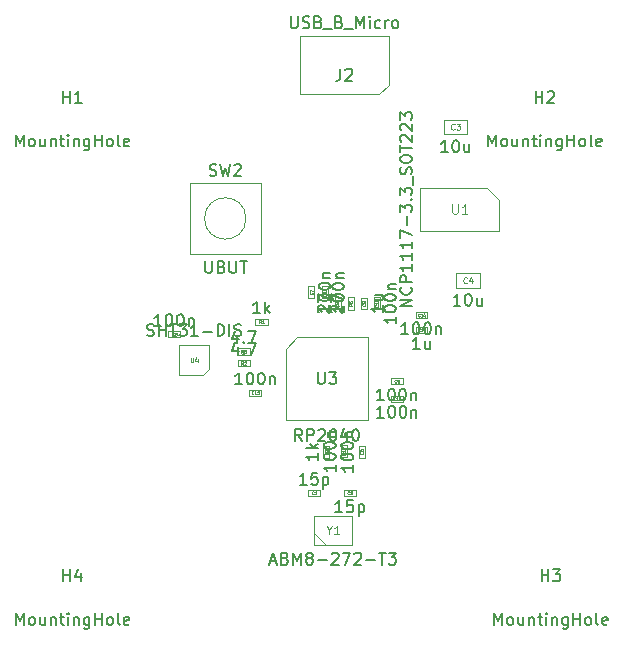
<source format=gbr>
G04 #@! TF.GenerationSoftware,KiCad,Pcbnew,8.0.5*
G04 #@! TF.CreationDate,2024-09-17T16:22:35-07:00*
G04 #@! TF.ProjectId,RP2040_PCB,52503230-3430-45f5-9043-422e6b696361,rev?*
G04 #@! TF.SameCoordinates,Original*
G04 #@! TF.FileFunction,AssemblyDrawing,Top*
%FSLAX46Y46*%
G04 Gerber Fmt 4.6, Leading zero omitted, Abs format (unit mm)*
G04 Created by KiCad (PCBNEW 8.0.5) date 2024-09-17 16:22:35*
%MOMM*%
%LPD*%
G01*
G04 APERTURE LIST*
%ADD10C,0.150000*%
%ADD11C,0.040000*%
%ADD12C,0.080000*%
%ADD13C,0.120000*%
%ADD14C,0.060000*%
%ADD15C,0.105000*%
%ADD16C,0.100000*%
G04 APERTURE END LIST*
D10*
X167120351Y-85366600D02*
X167120351Y-84366600D01*
X167120351Y-84366600D02*
X167453684Y-85080885D01*
X167453684Y-85080885D02*
X167787017Y-84366600D01*
X167787017Y-84366600D02*
X167787017Y-85366600D01*
X168406065Y-85366600D02*
X168310827Y-85318981D01*
X168310827Y-85318981D02*
X168263208Y-85271361D01*
X168263208Y-85271361D02*
X168215589Y-85176123D01*
X168215589Y-85176123D02*
X168215589Y-84890409D01*
X168215589Y-84890409D02*
X168263208Y-84795171D01*
X168263208Y-84795171D02*
X168310827Y-84747552D01*
X168310827Y-84747552D02*
X168406065Y-84699933D01*
X168406065Y-84699933D02*
X168548922Y-84699933D01*
X168548922Y-84699933D02*
X168644160Y-84747552D01*
X168644160Y-84747552D02*
X168691779Y-84795171D01*
X168691779Y-84795171D02*
X168739398Y-84890409D01*
X168739398Y-84890409D02*
X168739398Y-85176123D01*
X168739398Y-85176123D02*
X168691779Y-85271361D01*
X168691779Y-85271361D02*
X168644160Y-85318981D01*
X168644160Y-85318981D02*
X168548922Y-85366600D01*
X168548922Y-85366600D02*
X168406065Y-85366600D01*
X169596541Y-84699933D02*
X169596541Y-85366600D01*
X169167970Y-84699933D02*
X169167970Y-85223742D01*
X169167970Y-85223742D02*
X169215589Y-85318981D01*
X169215589Y-85318981D02*
X169310827Y-85366600D01*
X169310827Y-85366600D02*
X169453684Y-85366600D01*
X169453684Y-85366600D02*
X169548922Y-85318981D01*
X169548922Y-85318981D02*
X169596541Y-85271361D01*
X170072732Y-84699933D02*
X170072732Y-85366600D01*
X170072732Y-84795171D02*
X170120351Y-84747552D01*
X170120351Y-84747552D02*
X170215589Y-84699933D01*
X170215589Y-84699933D02*
X170358446Y-84699933D01*
X170358446Y-84699933D02*
X170453684Y-84747552D01*
X170453684Y-84747552D02*
X170501303Y-84842790D01*
X170501303Y-84842790D02*
X170501303Y-85366600D01*
X170834637Y-84699933D02*
X171215589Y-84699933D01*
X170977494Y-84366600D02*
X170977494Y-85223742D01*
X170977494Y-85223742D02*
X171025113Y-85318981D01*
X171025113Y-85318981D02*
X171120351Y-85366600D01*
X171120351Y-85366600D02*
X171215589Y-85366600D01*
X171548923Y-85366600D02*
X171548923Y-84699933D01*
X171548923Y-84366600D02*
X171501304Y-84414219D01*
X171501304Y-84414219D02*
X171548923Y-84461838D01*
X171548923Y-84461838D02*
X171596542Y-84414219D01*
X171596542Y-84414219D02*
X171548923Y-84366600D01*
X171548923Y-84366600D02*
X171548923Y-84461838D01*
X172025113Y-84699933D02*
X172025113Y-85366600D01*
X172025113Y-84795171D02*
X172072732Y-84747552D01*
X172072732Y-84747552D02*
X172167970Y-84699933D01*
X172167970Y-84699933D02*
X172310827Y-84699933D01*
X172310827Y-84699933D02*
X172406065Y-84747552D01*
X172406065Y-84747552D02*
X172453684Y-84842790D01*
X172453684Y-84842790D02*
X172453684Y-85366600D01*
X173358446Y-84699933D02*
X173358446Y-85509457D01*
X173358446Y-85509457D02*
X173310827Y-85604695D01*
X173310827Y-85604695D02*
X173263208Y-85652314D01*
X173263208Y-85652314D02*
X173167970Y-85699933D01*
X173167970Y-85699933D02*
X173025113Y-85699933D01*
X173025113Y-85699933D02*
X172929875Y-85652314D01*
X173358446Y-85318981D02*
X173263208Y-85366600D01*
X173263208Y-85366600D02*
X173072732Y-85366600D01*
X173072732Y-85366600D02*
X172977494Y-85318981D01*
X172977494Y-85318981D02*
X172929875Y-85271361D01*
X172929875Y-85271361D02*
X172882256Y-85176123D01*
X172882256Y-85176123D02*
X172882256Y-84890409D01*
X172882256Y-84890409D02*
X172929875Y-84795171D01*
X172929875Y-84795171D02*
X172977494Y-84747552D01*
X172977494Y-84747552D02*
X173072732Y-84699933D01*
X173072732Y-84699933D02*
X173263208Y-84699933D01*
X173263208Y-84699933D02*
X173358446Y-84747552D01*
X173834637Y-85366600D02*
X173834637Y-84366600D01*
X173834637Y-84842790D02*
X174406065Y-84842790D01*
X174406065Y-85366600D02*
X174406065Y-84366600D01*
X175025113Y-85366600D02*
X174929875Y-85318981D01*
X174929875Y-85318981D02*
X174882256Y-85271361D01*
X174882256Y-85271361D02*
X174834637Y-85176123D01*
X174834637Y-85176123D02*
X174834637Y-84890409D01*
X174834637Y-84890409D02*
X174882256Y-84795171D01*
X174882256Y-84795171D02*
X174929875Y-84747552D01*
X174929875Y-84747552D02*
X175025113Y-84699933D01*
X175025113Y-84699933D02*
X175167970Y-84699933D01*
X175167970Y-84699933D02*
X175263208Y-84747552D01*
X175263208Y-84747552D02*
X175310827Y-84795171D01*
X175310827Y-84795171D02*
X175358446Y-84890409D01*
X175358446Y-84890409D02*
X175358446Y-85176123D01*
X175358446Y-85176123D02*
X175310827Y-85271361D01*
X175310827Y-85271361D02*
X175263208Y-85318981D01*
X175263208Y-85318981D02*
X175167970Y-85366600D01*
X175167970Y-85366600D02*
X175025113Y-85366600D01*
X175929875Y-85366600D02*
X175834637Y-85318981D01*
X175834637Y-85318981D02*
X175787018Y-85223742D01*
X175787018Y-85223742D02*
X175787018Y-84366600D01*
X176691780Y-85318981D02*
X176596542Y-85366600D01*
X176596542Y-85366600D02*
X176406066Y-85366600D01*
X176406066Y-85366600D02*
X176310828Y-85318981D01*
X176310828Y-85318981D02*
X176263209Y-85223742D01*
X176263209Y-85223742D02*
X176263209Y-84842790D01*
X176263209Y-84842790D02*
X176310828Y-84747552D01*
X176310828Y-84747552D02*
X176406066Y-84699933D01*
X176406066Y-84699933D02*
X176596542Y-84699933D01*
X176596542Y-84699933D02*
X176691780Y-84747552D01*
X176691780Y-84747552D02*
X176739399Y-84842790D01*
X176739399Y-84842790D02*
X176739399Y-84938028D01*
X176739399Y-84938028D02*
X176263209Y-85033266D01*
X171144161Y-81666600D02*
X171144161Y-80666600D01*
X171144161Y-81142790D02*
X171715589Y-81142790D01*
X171715589Y-81666600D02*
X171715589Y-80666600D01*
X172144161Y-80761838D02*
X172191780Y-80714219D01*
X172191780Y-80714219D02*
X172287018Y-80666600D01*
X172287018Y-80666600D02*
X172525113Y-80666600D01*
X172525113Y-80666600D02*
X172620351Y-80714219D01*
X172620351Y-80714219D02*
X172667970Y-80761838D01*
X172667970Y-80761838D02*
X172715589Y-80857076D01*
X172715589Y-80857076D02*
X172715589Y-80952314D01*
X172715589Y-80952314D02*
X172667970Y-81095171D01*
X172667970Y-81095171D02*
X172096542Y-81666600D01*
X172096542Y-81666600D02*
X172715589Y-81666600D01*
X153880057Y-99423685D02*
X153832438Y-99376066D01*
X153832438Y-99376066D02*
X153784819Y-99280828D01*
X153784819Y-99280828D02*
X153784819Y-99042733D01*
X153784819Y-99042733D02*
X153832438Y-98947495D01*
X153832438Y-98947495D02*
X153880057Y-98899876D01*
X153880057Y-98899876D02*
X153975295Y-98852257D01*
X153975295Y-98852257D02*
X154070533Y-98852257D01*
X154070533Y-98852257D02*
X154213390Y-98899876D01*
X154213390Y-98899876D02*
X154784819Y-99471304D01*
X154784819Y-99471304D02*
X154784819Y-98852257D01*
X153784819Y-98518923D02*
X153784819Y-97852257D01*
X153784819Y-97852257D02*
X154784819Y-98280828D01*
D11*
X155618200Y-98705113D02*
X155494391Y-98791780D01*
X155618200Y-98853685D02*
X155358200Y-98853685D01*
X155358200Y-98853685D02*
X155358200Y-98754637D01*
X155358200Y-98754637D02*
X155370581Y-98729875D01*
X155370581Y-98729875D02*
X155382962Y-98717494D01*
X155382962Y-98717494D02*
X155407724Y-98705113D01*
X155407724Y-98705113D02*
X155444867Y-98705113D01*
X155444867Y-98705113D02*
X155469629Y-98717494D01*
X155469629Y-98717494D02*
X155482010Y-98729875D01*
X155482010Y-98729875D02*
X155494391Y-98754637D01*
X155494391Y-98754637D02*
X155494391Y-98853685D01*
X155358200Y-98469875D02*
X155358200Y-98593685D01*
X155358200Y-98593685D02*
X155482010Y-98606066D01*
X155482010Y-98606066D02*
X155469629Y-98593685D01*
X155469629Y-98593685D02*
X155457248Y-98568923D01*
X155457248Y-98568923D02*
X155457248Y-98507018D01*
X155457248Y-98507018D02*
X155469629Y-98482256D01*
X155469629Y-98482256D02*
X155482010Y-98469875D01*
X155482010Y-98469875D02*
X155506772Y-98457494D01*
X155506772Y-98457494D02*
X155568677Y-98457494D01*
X155568677Y-98457494D02*
X155593439Y-98469875D01*
X155593439Y-98469875D02*
X155605820Y-98482256D01*
X155605820Y-98482256D02*
X155618200Y-98507018D01*
X155618200Y-98507018D02*
X155618200Y-98568923D01*
X155618200Y-98568923D02*
X155605820Y-98593685D01*
X155605820Y-98593685D02*
X155593439Y-98606066D01*
D10*
X127120351Y-125866600D02*
X127120351Y-124866600D01*
X127120351Y-124866600D02*
X127453684Y-125580885D01*
X127453684Y-125580885D02*
X127787017Y-124866600D01*
X127787017Y-124866600D02*
X127787017Y-125866600D01*
X128406065Y-125866600D02*
X128310827Y-125818981D01*
X128310827Y-125818981D02*
X128263208Y-125771361D01*
X128263208Y-125771361D02*
X128215589Y-125676123D01*
X128215589Y-125676123D02*
X128215589Y-125390409D01*
X128215589Y-125390409D02*
X128263208Y-125295171D01*
X128263208Y-125295171D02*
X128310827Y-125247552D01*
X128310827Y-125247552D02*
X128406065Y-125199933D01*
X128406065Y-125199933D02*
X128548922Y-125199933D01*
X128548922Y-125199933D02*
X128644160Y-125247552D01*
X128644160Y-125247552D02*
X128691779Y-125295171D01*
X128691779Y-125295171D02*
X128739398Y-125390409D01*
X128739398Y-125390409D02*
X128739398Y-125676123D01*
X128739398Y-125676123D02*
X128691779Y-125771361D01*
X128691779Y-125771361D02*
X128644160Y-125818981D01*
X128644160Y-125818981D02*
X128548922Y-125866600D01*
X128548922Y-125866600D02*
X128406065Y-125866600D01*
X129596541Y-125199933D02*
X129596541Y-125866600D01*
X129167970Y-125199933D02*
X129167970Y-125723742D01*
X129167970Y-125723742D02*
X129215589Y-125818981D01*
X129215589Y-125818981D02*
X129310827Y-125866600D01*
X129310827Y-125866600D02*
X129453684Y-125866600D01*
X129453684Y-125866600D02*
X129548922Y-125818981D01*
X129548922Y-125818981D02*
X129596541Y-125771361D01*
X130072732Y-125199933D02*
X130072732Y-125866600D01*
X130072732Y-125295171D02*
X130120351Y-125247552D01*
X130120351Y-125247552D02*
X130215589Y-125199933D01*
X130215589Y-125199933D02*
X130358446Y-125199933D01*
X130358446Y-125199933D02*
X130453684Y-125247552D01*
X130453684Y-125247552D02*
X130501303Y-125342790D01*
X130501303Y-125342790D02*
X130501303Y-125866600D01*
X130834637Y-125199933D02*
X131215589Y-125199933D01*
X130977494Y-124866600D02*
X130977494Y-125723742D01*
X130977494Y-125723742D02*
X131025113Y-125818981D01*
X131025113Y-125818981D02*
X131120351Y-125866600D01*
X131120351Y-125866600D02*
X131215589Y-125866600D01*
X131548923Y-125866600D02*
X131548923Y-125199933D01*
X131548923Y-124866600D02*
X131501304Y-124914219D01*
X131501304Y-124914219D02*
X131548923Y-124961838D01*
X131548923Y-124961838D02*
X131596542Y-124914219D01*
X131596542Y-124914219D02*
X131548923Y-124866600D01*
X131548923Y-124866600D02*
X131548923Y-124961838D01*
X132025113Y-125199933D02*
X132025113Y-125866600D01*
X132025113Y-125295171D02*
X132072732Y-125247552D01*
X132072732Y-125247552D02*
X132167970Y-125199933D01*
X132167970Y-125199933D02*
X132310827Y-125199933D01*
X132310827Y-125199933D02*
X132406065Y-125247552D01*
X132406065Y-125247552D02*
X132453684Y-125342790D01*
X132453684Y-125342790D02*
X132453684Y-125866600D01*
X133358446Y-125199933D02*
X133358446Y-126009457D01*
X133358446Y-126009457D02*
X133310827Y-126104695D01*
X133310827Y-126104695D02*
X133263208Y-126152314D01*
X133263208Y-126152314D02*
X133167970Y-126199933D01*
X133167970Y-126199933D02*
X133025113Y-126199933D01*
X133025113Y-126199933D02*
X132929875Y-126152314D01*
X133358446Y-125818981D02*
X133263208Y-125866600D01*
X133263208Y-125866600D02*
X133072732Y-125866600D01*
X133072732Y-125866600D02*
X132977494Y-125818981D01*
X132977494Y-125818981D02*
X132929875Y-125771361D01*
X132929875Y-125771361D02*
X132882256Y-125676123D01*
X132882256Y-125676123D02*
X132882256Y-125390409D01*
X132882256Y-125390409D02*
X132929875Y-125295171D01*
X132929875Y-125295171D02*
X132977494Y-125247552D01*
X132977494Y-125247552D02*
X133072732Y-125199933D01*
X133072732Y-125199933D02*
X133263208Y-125199933D01*
X133263208Y-125199933D02*
X133358446Y-125247552D01*
X133834637Y-125866600D02*
X133834637Y-124866600D01*
X133834637Y-125342790D02*
X134406065Y-125342790D01*
X134406065Y-125866600D02*
X134406065Y-124866600D01*
X135025113Y-125866600D02*
X134929875Y-125818981D01*
X134929875Y-125818981D02*
X134882256Y-125771361D01*
X134882256Y-125771361D02*
X134834637Y-125676123D01*
X134834637Y-125676123D02*
X134834637Y-125390409D01*
X134834637Y-125390409D02*
X134882256Y-125295171D01*
X134882256Y-125295171D02*
X134929875Y-125247552D01*
X134929875Y-125247552D02*
X135025113Y-125199933D01*
X135025113Y-125199933D02*
X135167970Y-125199933D01*
X135167970Y-125199933D02*
X135263208Y-125247552D01*
X135263208Y-125247552D02*
X135310827Y-125295171D01*
X135310827Y-125295171D02*
X135358446Y-125390409D01*
X135358446Y-125390409D02*
X135358446Y-125676123D01*
X135358446Y-125676123D02*
X135310827Y-125771361D01*
X135310827Y-125771361D02*
X135263208Y-125818981D01*
X135263208Y-125818981D02*
X135167970Y-125866600D01*
X135167970Y-125866600D02*
X135025113Y-125866600D01*
X135929875Y-125866600D02*
X135834637Y-125818981D01*
X135834637Y-125818981D02*
X135787018Y-125723742D01*
X135787018Y-125723742D02*
X135787018Y-124866600D01*
X136691780Y-125818981D02*
X136596542Y-125866600D01*
X136596542Y-125866600D02*
X136406066Y-125866600D01*
X136406066Y-125866600D02*
X136310828Y-125818981D01*
X136310828Y-125818981D02*
X136263209Y-125723742D01*
X136263209Y-125723742D02*
X136263209Y-125342790D01*
X136263209Y-125342790D02*
X136310828Y-125247552D01*
X136310828Y-125247552D02*
X136406066Y-125199933D01*
X136406066Y-125199933D02*
X136596542Y-125199933D01*
X136596542Y-125199933D02*
X136691780Y-125247552D01*
X136691780Y-125247552D02*
X136739399Y-125342790D01*
X136739399Y-125342790D02*
X136739399Y-125438028D01*
X136739399Y-125438028D02*
X136263209Y-125533266D01*
X131144161Y-122166600D02*
X131144161Y-121166600D01*
X131144161Y-121642790D02*
X131715589Y-121642790D01*
X131715589Y-122166600D02*
X131715589Y-121166600D01*
X132620351Y-121499933D02*
X132620351Y-122166600D01*
X132382256Y-121118981D02*
X132144161Y-121833266D01*
X132144161Y-121833266D02*
X132763208Y-121833266D01*
X164763208Y-98846600D02*
X164191780Y-98846600D01*
X164477494Y-98846600D02*
X164477494Y-97846600D01*
X164477494Y-97846600D02*
X164382256Y-97989457D01*
X164382256Y-97989457D02*
X164287018Y-98084695D01*
X164287018Y-98084695D02*
X164191780Y-98132314D01*
X165382256Y-97846600D02*
X165477494Y-97846600D01*
X165477494Y-97846600D02*
X165572732Y-97894219D01*
X165572732Y-97894219D02*
X165620351Y-97941838D01*
X165620351Y-97941838D02*
X165667970Y-98037076D01*
X165667970Y-98037076D02*
X165715589Y-98227552D01*
X165715589Y-98227552D02*
X165715589Y-98465647D01*
X165715589Y-98465647D02*
X165667970Y-98656123D01*
X165667970Y-98656123D02*
X165620351Y-98751361D01*
X165620351Y-98751361D02*
X165572732Y-98798981D01*
X165572732Y-98798981D02*
X165477494Y-98846600D01*
X165477494Y-98846600D02*
X165382256Y-98846600D01*
X165382256Y-98846600D02*
X165287018Y-98798981D01*
X165287018Y-98798981D02*
X165239399Y-98751361D01*
X165239399Y-98751361D02*
X165191780Y-98656123D01*
X165191780Y-98656123D02*
X165144161Y-98465647D01*
X165144161Y-98465647D02*
X165144161Y-98227552D01*
X165144161Y-98227552D02*
X165191780Y-98037076D01*
X165191780Y-98037076D02*
X165239399Y-97941838D01*
X165239399Y-97941838D02*
X165287018Y-97894219D01*
X165287018Y-97894219D02*
X165382256Y-97846600D01*
X166572732Y-98179933D02*
X166572732Y-98846600D01*
X166144161Y-98179933D02*
X166144161Y-98703742D01*
X166144161Y-98703742D02*
X166191780Y-98798981D01*
X166191780Y-98798981D02*
X166287018Y-98846600D01*
X166287018Y-98846600D02*
X166429875Y-98846600D01*
X166429875Y-98846600D02*
X166525113Y-98798981D01*
X166525113Y-98798981D02*
X166572732Y-98751361D01*
D12*
X165322732Y-96891311D02*
X165298923Y-96915121D01*
X165298923Y-96915121D02*
X165227494Y-96938930D01*
X165227494Y-96938930D02*
X165179875Y-96938930D01*
X165179875Y-96938930D02*
X165108447Y-96915121D01*
X165108447Y-96915121D02*
X165060828Y-96867501D01*
X165060828Y-96867501D02*
X165037018Y-96819882D01*
X165037018Y-96819882D02*
X165013209Y-96724644D01*
X165013209Y-96724644D02*
X165013209Y-96653216D01*
X165013209Y-96653216D02*
X165037018Y-96557978D01*
X165037018Y-96557978D02*
X165060828Y-96510359D01*
X165060828Y-96510359D02*
X165108447Y-96462740D01*
X165108447Y-96462740D02*
X165179875Y-96438930D01*
X165179875Y-96438930D02*
X165227494Y-96438930D01*
X165227494Y-96438930D02*
X165298923Y-96462740D01*
X165298923Y-96462740D02*
X165322732Y-96486549D01*
X165751304Y-96605597D02*
X165751304Y-96938930D01*
X165632256Y-96415121D02*
X165513209Y-96772263D01*
X165513209Y-96772263D02*
X165822732Y-96772263D01*
D10*
X146287018Y-105506600D02*
X145715590Y-105506600D01*
X146001304Y-105506600D02*
X146001304Y-104506600D01*
X146001304Y-104506600D02*
X145906066Y-104649457D01*
X145906066Y-104649457D02*
X145810828Y-104744695D01*
X145810828Y-104744695D02*
X145715590Y-104792314D01*
X146906066Y-104506600D02*
X147001304Y-104506600D01*
X147001304Y-104506600D02*
X147096542Y-104554219D01*
X147096542Y-104554219D02*
X147144161Y-104601838D01*
X147144161Y-104601838D02*
X147191780Y-104697076D01*
X147191780Y-104697076D02*
X147239399Y-104887552D01*
X147239399Y-104887552D02*
X147239399Y-105125647D01*
X147239399Y-105125647D02*
X147191780Y-105316123D01*
X147191780Y-105316123D02*
X147144161Y-105411361D01*
X147144161Y-105411361D02*
X147096542Y-105458981D01*
X147096542Y-105458981D02*
X147001304Y-105506600D01*
X147001304Y-105506600D02*
X146906066Y-105506600D01*
X146906066Y-105506600D02*
X146810828Y-105458981D01*
X146810828Y-105458981D02*
X146763209Y-105411361D01*
X146763209Y-105411361D02*
X146715590Y-105316123D01*
X146715590Y-105316123D02*
X146667971Y-105125647D01*
X146667971Y-105125647D02*
X146667971Y-104887552D01*
X146667971Y-104887552D02*
X146715590Y-104697076D01*
X146715590Y-104697076D02*
X146763209Y-104601838D01*
X146763209Y-104601838D02*
X146810828Y-104554219D01*
X146810828Y-104554219D02*
X146906066Y-104506600D01*
X147858447Y-104506600D02*
X147953685Y-104506600D01*
X147953685Y-104506600D02*
X148048923Y-104554219D01*
X148048923Y-104554219D02*
X148096542Y-104601838D01*
X148096542Y-104601838D02*
X148144161Y-104697076D01*
X148144161Y-104697076D02*
X148191780Y-104887552D01*
X148191780Y-104887552D02*
X148191780Y-105125647D01*
X148191780Y-105125647D02*
X148144161Y-105316123D01*
X148144161Y-105316123D02*
X148096542Y-105411361D01*
X148096542Y-105411361D02*
X148048923Y-105458981D01*
X148048923Y-105458981D02*
X147953685Y-105506600D01*
X147953685Y-105506600D02*
X147858447Y-105506600D01*
X147858447Y-105506600D02*
X147763209Y-105458981D01*
X147763209Y-105458981D02*
X147715590Y-105411361D01*
X147715590Y-105411361D02*
X147667971Y-105316123D01*
X147667971Y-105316123D02*
X147620352Y-105125647D01*
X147620352Y-105125647D02*
X147620352Y-104887552D01*
X147620352Y-104887552D02*
X147667971Y-104697076D01*
X147667971Y-104697076D02*
X147715590Y-104601838D01*
X147715590Y-104601838D02*
X147763209Y-104554219D01*
X147763209Y-104554219D02*
X147858447Y-104506600D01*
X148620352Y-104839933D02*
X148620352Y-105506600D01*
X148620352Y-104935171D02*
X148667971Y-104887552D01*
X148667971Y-104887552D02*
X148763209Y-104839933D01*
X148763209Y-104839933D02*
X148906066Y-104839933D01*
X148906066Y-104839933D02*
X149001304Y-104887552D01*
X149001304Y-104887552D02*
X149048923Y-104982790D01*
X149048923Y-104982790D02*
X149048923Y-105506600D01*
D11*
X147245351Y-106301546D02*
X147233447Y-106313451D01*
X147233447Y-106313451D02*
X147197732Y-106325355D01*
X147197732Y-106325355D02*
X147173923Y-106325355D01*
X147173923Y-106325355D02*
X147138209Y-106313451D01*
X147138209Y-106313451D02*
X147114399Y-106289641D01*
X147114399Y-106289641D02*
X147102494Y-106265831D01*
X147102494Y-106265831D02*
X147090590Y-106218212D01*
X147090590Y-106218212D02*
X147090590Y-106182498D01*
X147090590Y-106182498D02*
X147102494Y-106134879D01*
X147102494Y-106134879D02*
X147114399Y-106111070D01*
X147114399Y-106111070D02*
X147138209Y-106087260D01*
X147138209Y-106087260D02*
X147173923Y-106075355D01*
X147173923Y-106075355D02*
X147197732Y-106075355D01*
X147197732Y-106075355D02*
X147233447Y-106087260D01*
X147233447Y-106087260D02*
X147245351Y-106099165D01*
X147483447Y-106325355D02*
X147340590Y-106325355D01*
X147412018Y-106325355D02*
X147412018Y-106075355D01*
X147412018Y-106075355D02*
X147388209Y-106111070D01*
X147388209Y-106111070D02*
X147364399Y-106134879D01*
X147364399Y-106134879D02*
X147340590Y-106146784D01*
X147709637Y-106075355D02*
X147590589Y-106075355D01*
X147590589Y-106075355D02*
X147578685Y-106194403D01*
X147578685Y-106194403D02*
X147590589Y-106182498D01*
X147590589Y-106182498D02*
X147614399Y-106170593D01*
X147614399Y-106170593D02*
X147673923Y-106170593D01*
X147673923Y-106170593D02*
X147697732Y-106182498D01*
X147697732Y-106182498D02*
X147709637Y-106194403D01*
X147709637Y-106194403D02*
X147721542Y-106218212D01*
X147721542Y-106218212D02*
X147721542Y-106277736D01*
X147721542Y-106277736D02*
X147709637Y-106301546D01*
X147709637Y-106301546D02*
X147697732Y-106313451D01*
X147697732Y-106313451D02*
X147673923Y-106325355D01*
X147673923Y-106325355D02*
X147614399Y-106325355D01*
X147614399Y-106325355D02*
X147590589Y-106313451D01*
X147590589Y-106313451D02*
X147578685Y-106301546D01*
D10*
X154763208Y-116326600D02*
X154191780Y-116326600D01*
X154477494Y-116326600D02*
X154477494Y-115326600D01*
X154477494Y-115326600D02*
X154382256Y-115469457D01*
X154382256Y-115469457D02*
X154287018Y-115564695D01*
X154287018Y-115564695D02*
X154191780Y-115612314D01*
X155667970Y-115326600D02*
X155191780Y-115326600D01*
X155191780Y-115326600D02*
X155144161Y-115802790D01*
X155144161Y-115802790D02*
X155191780Y-115755171D01*
X155191780Y-115755171D02*
X155287018Y-115707552D01*
X155287018Y-115707552D02*
X155525113Y-115707552D01*
X155525113Y-115707552D02*
X155620351Y-115755171D01*
X155620351Y-115755171D02*
X155667970Y-115802790D01*
X155667970Y-115802790D02*
X155715589Y-115898028D01*
X155715589Y-115898028D02*
X155715589Y-116136123D01*
X155715589Y-116136123D02*
X155667970Y-116231361D01*
X155667970Y-116231361D02*
X155620351Y-116278981D01*
X155620351Y-116278981D02*
X155525113Y-116326600D01*
X155525113Y-116326600D02*
X155287018Y-116326600D01*
X155287018Y-116326600D02*
X155191780Y-116278981D01*
X155191780Y-116278981D02*
X155144161Y-116231361D01*
X156144161Y-115659933D02*
X156144161Y-116659933D01*
X156144161Y-115707552D02*
X156239399Y-115659933D01*
X156239399Y-115659933D02*
X156429875Y-115659933D01*
X156429875Y-115659933D02*
X156525113Y-115707552D01*
X156525113Y-115707552D02*
X156572732Y-115755171D01*
X156572732Y-115755171D02*
X156620351Y-115850409D01*
X156620351Y-115850409D02*
X156620351Y-116136123D01*
X156620351Y-116136123D02*
X156572732Y-116231361D01*
X156572732Y-116231361D02*
X156525113Y-116278981D01*
X156525113Y-116278981D02*
X156429875Y-116326600D01*
X156429875Y-116326600D02*
X156239399Y-116326600D01*
X156239399Y-116326600D02*
X156144161Y-116278981D01*
D11*
X155364399Y-114801546D02*
X155352495Y-114813451D01*
X155352495Y-114813451D02*
X155316780Y-114825355D01*
X155316780Y-114825355D02*
X155292971Y-114825355D01*
X155292971Y-114825355D02*
X155257257Y-114813451D01*
X155257257Y-114813451D02*
X155233447Y-114789641D01*
X155233447Y-114789641D02*
X155221542Y-114765831D01*
X155221542Y-114765831D02*
X155209638Y-114718212D01*
X155209638Y-114718212D02*
X155209638Y-114682498D01*
X155209638Y-114682498D02*
X155221542Y-114634879D01*
X155221542Y-114634879D02*
X155233447Y-114611070D01*
X155233447Y-114611070D02*
X155257257Y-114587260D01*
X155257257Y-114587260D02*
X155292971Y-114575355D01*
X155292971Y-114575355D02*
X155316780Y-114575355D01*
X155316780Y-114575355D02*
X155352495Y-114587260D01*
X155352495Y-114587260D02*
X155364399Y-114599165D01*
X155459638Y-114599165D02*
X155471542Y-114587260D01*
X155471542Y-114587260D02*
X155495352Y-114575355D01*
X155495352Y-114575355D02*
X155554876Y-114575355D01*
X155554876Y-114575355D02*
X155578685Y-114587260D01*
X155578685Y-114587260D02*
X155590590Y-114599165D01*
X155590590Y-114599165D02*
X155602495Y-114622974D01*
X155602495Y-114622974D02*
X155602495Y-114646784D01*
X155602495Y-114646784D02*
X155590590Y-114682498D01*
X155590590Y-114682498D02*
X155447733Y-114825355D01*
X155447733Y-114825355D02*
X155602495Y-114825355D01*
D10*
X143170590Y-95066600D02*
X143170590Y-95876123D01*
X143170590Y-95876123D02*
X143218209Y-95971361D01*
X143218209Y-95971361D02*
X143265828Y-96018981D01*
X143265828Y-96018981D02*
X143361066Y-96066600D01*
X143361066Y-96066600D02*
X143551542Y-96066600D01*
X143551542Y-96066600D02*
X143646780Y-96018981D01*
X143646780Y-96018981D02*
X143694399Y-95971361D01*
X143694399Y-95971361D02*
X143742018Y-95876123D01*
X143742018Y-95876123D02*
X143742018Y-95066600D01*
X144551542Y-95542790D02*
X144694399Y-95590409D01*
X144694399Y-95590409D02*
X144742018Y-95638028D01*
X144742018Y-95638028D02*
X144789637Y-95733266D01*
X144789637Y-95733266D02*
X144789637Y-95876123D01*
X144789637Y-95876123D02*
X144742018Y-95971361D01*
X144742018Y-95971361D02*
X144694399Y-96018981D01*
X144694399Y-96018981D02*
X144599161Y-96066600D01*
X144599161Y-96066600D02*
X144218209Y-96066600D01*
X144218209Y-96066600D02*
X144218209Y-95066600D01*
X144218209Y-95066600D02*
X144551542Y-95066600D01*
X144551542Y-95066600D02*
X144646780Y-95114219D01*
X144646780Y-95114219D02*
X144694399Y-95161838D01*
X144694399Y-95161838D02*
X144742018Y-95257076D01*
X144742018Y-95257076D02*
X144742018Y-95352314D01*
X144742018Y-95352314D02*
X144694399Y-95447552D01*
X144694399Y-95447552D02*
X144646780Y-95495171D01*
X144646780Y-95495171D02*
X144551542Y-95542790D01*
X144551542Y-95542790D02*
X144218209Y-95542790D01*
X145218209Y-95066600D02*
X145218209Y-95876123D01*
X145218209Y-95876123D02*
X145265828Y-95971361D01*
X145265828Y-95971361D02*
X145313447Y-96018981D01*
X145313447Y-96018981D02*
X145408685Y-96066600D01*
X145408685Y-96066600D02*
X145599161Y-96066600D01*
X145599161Y-96066600D02*
X145694399Y-96018981D01*
X145694399Y-96018981D02*
X145742018Y-95971361D01*
X145742018Y-95971361D02*
X145789637Y-95876123D01*
X145789637Y-95876123D02*
X145789637Y-95066600D01*
X146122971Y-95066600D02*
X146694399Y-95066600D01*
X146408685Y-96066600D02*
X146408685Y-95066600D01*
X143527733Y-87818981D02*
X143670590Y-87866600D01*
X143670590Y-87866600D02*
X143908685Y-87866600D01*
X143908685Y-87866600D02*
X144003923Y-87818981D01*
X144003923Y-87818981D02*
X144051542Y-87771361D01*
X144051542Y-87771361D02*
X144099161Y-87676123D01*
X144099161Y-87676123D02*
X144099161Y-87580885D01*
X144099161Y-87580885D02*
X144051542Y-87485647D01*
X144051542Y-87485647D02*
X144003923Y-87438028D01*
X144003923Y-87438028D02*
X143908685Y-87390409D01*
X143908685Y-87390409D02*
X143718209Y-87342790D01*
X143718209Y-87342790D02*
X143622971Y-87295171D01*
X143622971Y-87295171D02*
X143575352Y-87247552D01*
X143575352Y-87247552D02*
X143527733Y-87152314D01*
X143527733Y-87152314D02*
X143527733Y-87057076D01*
X143527733Y-87057076D02*
X143575352Y-86961838D01*
X143575352Y-86961838D02*
X143622971Y-86914219D01*
X143622971Y-86914219D02*
X143718209Y-86866600D01*
X143718209Y-86866600D02*
X143956304Y-86866600D01*
X143956304Y-86866600D02*
X144099161Y-86914219D01*
X144432495Y-86866600D02*
X144670590Y-87866600D01*
X144670590Y-87866600D02*
X144861066Y-87152314D01*
X144861066Y-87152314D02*
X145051542Y-87866600D01*
X145051542Y-87866600D02*
X145289638Y-86866600D01*
X145622971Y-86961838D02*
X145670590Y-86914219D01*
X145670590Y-86914219D02*
X145765828Y-86866600D01*
X145765828Y-86866600D02*
X146003923Y-86866600D01*
X146003923Y-86866600D02*
X146099161Y-86914219D01*
X146099161Y-86914219D02*
X146146780Y-86961838D01*
X146146780Y-86961838D02*
X146194399Y-87057076D01*
X146194399Y-87057076D02*
X146194399Y-87152314D01*
X146194399Y-87152314D02*
X146146780Y-87295171D01*
X146146780Y-87295171D02*
X145575352Y-87866600D01*
X145575352Y-87866600D02*
X146194399Y-87866600D01*
X154200885Y-112300828D02*
X154200885Y-112872256D01*
X154200885Y-112586542D02*
X153200885Y-112586542D01*
X153200885Y-112586542D02*
X153343742Y-112681780D01*
X153343742Y-112681780D02*
X153438980Y-112777018D01*
X153438980Y-112777018D02*
X153486599Y-112872256D01*
X153200885Y-111681780D02*
X153200885Y-111586542D01*
X153200885Y-111586542D02*
X153248504Y-111491304D01*
X153248504Y-111491304D02*
X153296123Y-111443685D01*
X153296123Y-111443685D02*
X153391361Y-111396066D01*
X153391361Y-111396066D02*
X153581837Y-111348447D01*
X153581837Y-111348447D02*
X153819932Y-111348447D01*
X153819932Y-111348447D02*
X154010408Y-111396066D01*
X154010408Y-111396066D02*
X154105646Y-111443685D01*
X154105646Y-111443685D02*
X154153266Y-111491304D01*
X154153266Y-111491304D02*
X154200885Y-111586542D01*
X154200885Y-111586542D02*
X154200885Y-111681780D01*
X154200885Y-111681780D02*
X154153266Y-111777018D01*
X154153266Y-111777018D02*
X154105646Y-111824637D01*
X154105646Y-111824637D02*
X154010408Y-111872256D01*
X154010408Y-111872256D02*
X153819932Y-111919875D01*
X153819932Y-111919875D02*
X153581837Y-111919875D01*
X153581837Y-111919875D02*
X153391361Y-111872256D01*
X153391361Y-111872256D02*
X153296123Y-111824637D01*
X153296123Y-111824637D02*
X153248504Y-111777018D01*
X153248504Y-111777018D02*
X153200885Y-111681780D01*
X153200885Y-110729399D02*
X153200885Y-110634161D01*
X153200885Y-110634161D02*
X153248504Y-110538923D01*
X153248504Y-110538923D02*
X153296123Y-110491304D01*
X153296123Y-110491304D02*
X153391361Y-110443685D01*
X153391361Y-110443685D02*
X153581837Y-110396066D01*
X153581837Y-110396066D02*
X153819932Y-110396066D01*
X153819932Y-110396066D02*
X154010408Y-110443685D01*
X154010408Y-110443685D02*
X154105646Y-110491304D01*
X154105646Y-110491304D02*
X154153266Y-110538923D01*
X154153266Y-110538923D02*
X154200885Y-110634161D01*
X154200885Y-110634161D02*
X154200885Y-110729399D01*
X154200885Y-110729399D02*
X154153266Y-110824637D01*
X154153266Y-110824637D02*
X154105646Y-110872256D01*
X154105646Y-110872256D02*
X154010408Y-110919875D01*
X154010408Y-110919875D02*
X153819932Y-110967494D01*
X153819932Y-110967494D02*
X153581837Y-110967494D01*
X153581837Y-110967494D02*
X153391361Y-110919875D01*
X153391361Y-110919875D02*
X153296123Y-110872256D01*
X153296123Y-110872256D02*
X153248504Y-110824637D01*
X153248504Y-110824637D02*
X153200885Y-110729399D01*
X153534218Y-109967494D02*
X154200885Y-109967494D01*
X153629456Y-109967494D02*
X153581837Y-109919875D01*
X153581837Y-109919875D02*
X153534218Y-109824637D01*
X153534218Y-109824637D02*
X153534218Y-109681780D01*
X153534218Y-109681780D02*
X153581837Y-109586542D01*
X153581837Y-109586542D02*
X153677075Y-109538923D01*
X153677075Y-109538923D02*
X154200885Y-109538923D01*
D11*
X154995831Y-111342495D02*
X155007736Y-111354399D01*
X155007736Y-111354399D02*
X155019640Y-111390114D01*
X155019640Y-111390114D02*
X155019640Y-111413923D01*
X155019640Y-111413923D02*
X155007736Y-111449637D01*
X155007736Y-111449637D02*
X154983926Y-111473447D01*
X154983926Y-111473447D02*
X154960116Y-111485352D01*
X154960116Y-111485352D02*
X154912497Y-111497256D01*
X154912497Y-111497256D02*
X154876783Y-111497256D01*
X154876783Y-111497256D02*
X154829164Y-111485352D01*
X154829164Y-111485352D02*
X154805355Y-111473447D01*
X154805355Y-111473447D02*
X154781545Y-111449637D01*
X154781545Y-111449637D02*
X154769640Y-111413923D01*
X154769640Y-111413923D02*
X154769640Y-111390114D01*
X154769640Y-111390114D02*
X154781545Y-111354399D01*
X154781545Y-111354399D02*
X154793450Y-111342495D01*
X155019640Y-111104399D02*
X155019640Y-111247256D01*
X155019640Y-111175828D02*
X154769640Y-111175828D01*
X154769640Y-111175828D02*
X154805355Y-111199637D01*
X154805355Y-111199637D02*
X154829164Y-111223447D01*
X154829164Y-111223447D02*
X154841069Y-111247256D01*
X154769640Y-111021066D02*
X154769640Y-110866304D01*
X154769640Y-110866304D02*
X154864878Y-110949638D01*
X154864878Y-110949638D02*
X154864878Y-110913923D01*
X154864878Y-110913923D02*
X154876783Y-110890114D01*
X154876783Y-110890114D02*
X154888688Y-110878209D01*
X154888688Y-110878209D02*
X154912497Y-110866304D01*
X154912497Y-110866304D02*
X154972021Y-110866304D01*
X154972021Y-110866304D02*
X154995831Y-110878209D01*
X154995831Y-110878209D02*
X155007736Y-110890114D01*
X155007736Y-110890114D02*
X155019640Y-110913923D01*
X155019640Y-110913923D02*
X155019640Y-110985352D01*
X155019640Y-110985352D02*
X155007736Y-111009161D01*
X155007736Y-111009161D02*
X154995831Y-111021066D01*
D10*
X158260952Y-106864819D02*
X157689524Y-106864819D01*
X157975238Y-106864819D02*
X157975238Y-105864819D01*
X157975238Y-105864819D02*
X157880000Y-106007676D01*
X157880000Y-106007676D02*
X157784762Y-106102914D01*
X157784762Y-106102914D02*
X157689524Y-106150533D01*
X158880000Y-105864819D02*
X158975238Y-105864819D01*
X158975238Y-105864819D02*
X159070476Y-105912438D01*
X159070476Y-105912438D02*
X159118095Y-105960057D01*
X159118095Y-105960057D02*
X159165714Y-106055295D01*
X159165714Y-106055295D02*
X159213333Y-106245771D01*
X159213333Y-106245771D02*
X159213333Y-106483866D01*
X159213333Y-106483866D02*
X159165714Y-106674342D01*
X159165714Y-106674342D02*
X159118095Y-106769580D01*
X159118095Y-106769580D02*
X159070476Y-106817200D01*
X159070476Y-106817200D02*
X158975238Y-106864819D01*
X158975238Y-106864819D02*
X158880000Y-106864819D01*
X158880000Y-106864819D02*
X158784762Y-106817200D01*
X158784762Y-106817200D02*
X158737143Y-106769580D01*
X158737143Y-106769580D02*
X158689524Y-106674342D01*
X158689524Y-106674342D02*
X158641905Y-106483866D01*
X158641905Y-106483866D02*
X158641905Y-106245771D01*
X158641905Y-106245771D02*
X158689524Y-106055295D01*
X158689524Y-106055295D02*
X158737143Y-105960057D01*
X158737143Y-105960057D02*
X158784762Y-105912438D01*
X158784762Y-105912438D02*
X158880000Y-105864819D01*
X159832381Y-105864819D02*
X159927619Y-105864819D01*
X159927619Y-105864819D02*
X160022857Y-105912438D01*
X160022857Y-105912438D02*
X160070476Y-105960057D01*
X160070476Y-105960057D02*
X160118095Y-106055295D01*
X160118095Y-106055295D02*
X160165714Y-106245771D01*
X160165714Y-106245771D02*
X160165714Y-106483866D01*
X160165714Y-106483866D02*
X160118095Y-106674342D01*
X160118095Y-106674342D02*
X160070476Y-106769580D01*
X160070476Y-106769580D02*
X160022857Y-106817200D01*
X160022857Y-106817200D02*
X159927619Y-106864819D01*
X159927619Y-106864819D02*
X159832381Y-106864819D01*
X159832381Y-106864819D02*
X159737143Y-106817200D01*
X159737143Y-106817200D02*
X159689524Y-106769580D01*
X159689524Y-106769580D02*
X159641905Y-106674342D01*
X159641905Y-106674342D02*
X159594286Y-106483866D01*
X159594286Y-106483866D02*
X159594286Y-106245771D01*
X159594286Y-106245771D02*
X159641905Y-106055295D01*
X159641905Y-106055295D02*
X159689524Y-105960057D01*
X159689524Y-105960057D02*
X159737143Y-105912438D01*
X159737143Y-105912438D02*
X159832381Y-105864819D01*
X160594286Y-106198152D02*
X160594286Y-106864819D01*
X160594286Y-106293390D02*
X160641905Y-106245771D01*
X160641905Y-106245771D02*
X160737143Y-106198152D01*
X160737143Y-106198152D02*
X160880000Y-106198152D01*
X160880000Y-106198152D02*
X160975238Y-106245771D01*
X160975238Y-106245771D02*
X161022857Y-106341009D01*
X161022857Y-106341009D02*
X161022857Y-106864819D01*
D11*
X159338333Y-105339765D02*
X159326429Y-105351670D01*
X159326429Y-105351670D02*
X159290714Y-105363574D01*
X159290714Y-105363574D02*
X159266905Y-105363574D01*
X159266905Y-105363574D02*
X159231191Y-105351670D01*
X159231191Y-105351670D02*
X159207381Y-105327860D01*
X159207381Y-105327860D02*
X159195476Y-105304050D01*
X159195476Y-105304050D02*
X159183572Y-105256431D01*
X159183572Y-105256431D02*
X159183572Y-105220717D01*
X159183572Y-105220717D02*
X159195476Y-105173098D01*
X159195476Y-105173098D02*
X159207381Y-105149289D01*
X159207381Y-105149289D02*
X159231191Y-105125479D01*
X159231191Y-105125479D02*
X159266905Y-105113574D01*
X159266905Y-105113574D02*
X159290714Y-105113574D01*
X159290714Y-105113574D02*
X159326429Y-105125479D01*
X159326429Y-105125479D02*
X159338333Y-105137384D01*
X159457381Y-105363574D02*
X159505000Y-105363574D01*
X159505000Y-105363574D02*
X159528810Y-105351670D01*
X159528810Y-105351670D02*
X159540714Y-105339765D01*
X159540714Y-105339765D02*
X159564524Y-105304050D01*
X159564524Y-105304050D02*
X159576429Y-105256431D01*
X159576429Y-105256431D02*
X159576429Y-105161193D01*
X159576429Y-105161193D02*
X159564524Y-105137384D01*
X159564524Y-105137384D02*
X159552619Y-105125479D01*
X159552619Y-105125479D02*
X159528810Y-105113574D01*
X159528810Y-105113574D02*
X159481191Y-105113574D01*
X159481191Y-105113574D02*
X159457381Y-105125479D01*
X159457381Y-105125479D02*
X159445476Y-105137384D01*
X159445476Y-105137384D02*
X159433572Y-105161193D01*
X159433572Y-105161193D02*
X159433572Y-105220717D01*
X159433572Y-105220717D02*
X159445476Y-105244527D01*
X159445476Y-105244527D02*
X159457381Y-105256431D01*
X159457381Y-105256431D02*
X159481191Y-105268336D01*
X159481191Y-105268336D02*
X159528810Y-105268336D01*
X159528810Y-105268336D02*
X159552619Y-105256431D01*
X159552619Y-105256431D02*
X159564524Y-105244527D01*
X159564524Y-105244527D02*
X159576429Y-105220717D01*
D10*
X161313333Y-102514819D02*
X160741905Y-102514819D01*
X161027619Y-102514819D02*
X161027619Y-101514819D01*
X161027619Y-101514819D02*
X160932381Y-101657676D01*
X160932381Y-101657676D02*
X160837143Y-101752914D01*
X160837143Y-101752914D02*
X160741905Y-101800533D01*
X162170476Y-101848152D02*
X162170476Y-102514819D01*
X161741905Y-101848152D02*
X161741905Y-102371961D01*
X161741905Y-102371961D02*
X161789524Y-102467200D01*
X161789524Y-102467200D02*
X161884762Y-102514819D01*
X161884762Y-102514819D02*
X162027619Y-102514819D01*
X162027619Y-102514819D02*
X162122857Y-102467200D01*
X162122857Y-102467200D02*
X162170476Y-102419580D01*
D11*
X161319285Y-100989765D02*
X161307381Y-101001670D01*
X161307381Y-101001670D02*
X161271666Y-101013574D01*
X161271666Y-101013574D02*
X161247857Y-101013574D01*
X161247857Y-101013574D02*
X161212143Y-101001670D01*
X161212143Y-101001670D02*
X161188333Y-100977860D01*
X161188333Y-100977860D02*
X161176428Y-100954050D01*
X161176428Y-100954050D02*
X161164524Y-100906431D01*
X161164524Y-100906431D02*
X161164524Y-100870717D01*
X161164524Y-100870717D02*
X161176428Y-100823098D01*
X161176428Y-100823098D02*
X161188333Y-100799289D01*
X161188333Y-100799289D02*
X161212143Y-100775479D01*
X161212143Y-100775479D02*
X161247857Y-100763574D01*
X161247857Y-100763574D02*
X161271666Y-100763574D01*
X161271666Y-100763574D02*
X161307381Y-100775479D01*
X161307381Y-100775479D02*
X161319285Y-100787384D01*
X161557381Y-101013574D02*
X161414524Y-101013574D01*
X161485952Y-101013574D02*
X161485952Y-100763574D01*
X161485952Y-100763574D02*
X161462143Y-100799289D01*
X161462143Y-100799289D02*
X161438333Y-100823098D01*
X161438333Y-100823098D02*
X161414524Y-100835003D01*
X161712142Y-100763574D02*
X161735952Y-100763574D01*
X161735952Y-100763574D02*
X161759761Y-100775479D01*
X161759761Y-100775479D02*
X161771666Y-100787384D01*
X161771666Y-100787384D02*
X161783571Y-100811193D01*
X161783571Y-100811193D02*
X161795476Y-100858812D01*
X161795476Y-100858812D02*
X161795476Y-100918336D01*
X161795476Y-100918336D02*
X161783571Y-100965955D01*
X161783571Y-100965955D02*
X161771666Y-100989765D01*
X161771666Y-100989765D02*
X161759761Y-101001670D01*
X161759761Y-101001670D02*
X161735952Y-101013574D01*
X161735952Y-101013574D02*
X161712142Y-101013574D01*
X161712142Y-101013574D02*
X161688333Y-101001670D01*
X161688333Y-101001670D02*
X161676428Y-100989765D01*
X161676428Y-100989765D02*
X161664523Y-100965955D01*
X161664523Y-100965955D02*
X161652619Y-100918336D01*
X161652619Y-100918336D02*
X161652619Y-100858812D01*
X161652619Y-100858812D02*
X161664523Y-100811193D01*
X161664523Y-100811193D02*
X161676428Y-100787384D01*
X161676428Y-100787384D02*
X161688333Y-100775479D01*
X161688333Y-100775479D02*
X161712142Y-100763574D01*
D10*
X155700885Y-112320828D02*
X155700885Y-112892256D01*
X155700885Y-112606542D02*
X154700885Y-112606542D01*
X154700885Y-112606542D02*
X154843742Y-112701780D01*
X154843742Y-112701780D02*
X154938980Y-112797018D01*
X154938980Y-112797018D02*
X154986599Y-112892256D01*
X154700885Y-111701780D02*
X154700885Y-111606542D01*
X154700885Y-111606542D02*
X154748504Y-111511304D01*
X154748504Y-111511304D02*
X154796123Y-111463685D01*
X154796123Y-111463685D02*
X154891361Y-111416066D01*
X154891361Y-111416066D02*
X155081837Y-111368447D01*
X155081837Y-111368447D02*
X155319932Y-111368447D01*
X155319932Y-111368447D02*
X155510408Y-111416066D01*
X155510408Y-111416066D02*
X155605646Y-111463685D01*
X155605646Y-111463685D02*
X155653266Y-111511304D01*
X155653266Y-111511304D02*
X155700885Y-111606542D01*
X155700885Y-111606542D02*
X155700885Y-111701780D01*
X155700885Y-111701780D02*
X155653266Y-111797018D01*
X155653266Y-111797018D02*
X155605646Y-111844637D01*
X155605646Y-111844637D02*
X155510408Y-111892256D01*
X155510408Y-111892256D02*
X155319932Y-111939875D01*
X155319932Y-111939875D02*
X155081837Y-111939875D01*
X155081837Y-111939875D02*
X154891361Y-111892256D01*
X154891361Y-111892256D02*
X154796123Y-111844637D01*
X154796123Y-111844637D02*
X154748504Y-111797018D01*
X154748504Y-111797018D02*
X154700885Y-111701780D01*
X154700885Y-110749399D02*
X154700885Y-110654161D01*
X154700885Y-110654161D02*
X154748504Y-110558923D01*
X154748504Y-110558923D02*
X154796123Y-110511304D01*
X154796123Y-110511304D02*
X154891361Y-110463685D01*
X154891361Y-110463685D02*
X155081837Y-110416066D01*
X155081837Y-110416066D02*
X155319932Y-110416066D01*
X155319932Y-110416066D02*
X155510408Y-110463685D01*
X155510408Y-110463685D02*
X155605646Y-110511304D01*
X155605646Y-110511304D02*
X155653266Y-110558923D01*
X155653266Y-110558923D02*
X155700885Y-110654161D01*
X155700885Y-110654161D02*
X155700885Y-110749399D01*
X155700885Y-110749399D02*
X155653266Y-110844637D01*
X155653266Y-110844637D02*
X155605646Y-110892256D01*
X155605646Y-110892256D02*
X155510408Y-110939875D01*
X155510408Y-110939875D02*
X155319932Y-110987494D01*
X155319932Y-110987494D02*
X155081837Y-110987494D01*
X155081837Y-110987494D02*
X154891361Y-110939875D01*
X154891361Y-110939875D02*
X154796123Y-110892256D01*
X154796123Y-110892256D02*
X154748504Y-110844637D01*
X154748504Y-110844637D02*
X154700885Y-110749399D01*
X155034218Y-109987494D02*
X155700885Y-109987494D01*
X155129456Y-109987494D02*
X155081837Y-109939875D01*
X155081837Y-109939875D02*
X155034218Y-109844637D01*
X155034218Y-109844637D02*
X155034218Y-109701780D01*
X155034218Y-109701780D02*
X155081837Y-109606542D01*
X155081837Y-109606542D02*
X155177075Y-109558923D01*
X155177075Y-109558923D02*
X155700885Y-109558923D01*
D11*
X156495831Y-111243447D02*
X156507736Y-111255351D01*
X156507736Y-111255351D02*
X156519640Y-111291066D01*
X156519640Y-111291066D02*
X156519640Y-111314875D01*
X156519640Y-111314875D02*
X156507736Y-111350589D01*
X156507736Y-111350589D02*
X156483926Y-111374399D01*
X156483926Y-111374399D02*
X156460116Y-111386304D01*
X156460116Y-111386304D02*
X156412497Y-111398208D01*
X156412497Y-111398208D02*
X156376783Y-111398208D01*
X156376783Y-111398208D02*
X156329164Y-111386304D01*
X156329164Y-111386304D02*
X156305355Y-111374399D01*
X156305355Y-111374399D02*
X156281545Y-111350589D01*
X156281545Y-111350589D02*
X156269640Y-111314875D01*
X156269640Y-111314875D02*
X156269640Y-111291066D01*
X156269640Y-111291066D02*
X156281545Y-111255351D01*
X156281545Y-111255351D02*
X156293450Y-111243447D01*
X156269640Y-111029161D02*
X156269640Y-111076780D01*
X156269640Y-111076780D02*
X156281545Y-111100589D01*
X156281545Y-111100589D02*
X156293450Y-111112494D01*
X156293450Y-111112494D02*
X156329164Y-111136304D01*
X156329164Y-111136304D02*
X156376783Y-111148208D01*
X156376783Y-111148208D02*
X156472021Y-111148208D01*
X156472021Y-111148208D02*
X156495831Y-111136304D01*
X156495831Y-111136304D02*
X156507736Y-111124399D01*
X156507736Y-111124399D02*
X156519640Y-111100589D01*
X156519640Y-111100589D02*
X156519640Y-111052970D01*
X156519640Y-111052970D02*
X156507736Y-111029161D01*
X156507736Y-111029161D02*
X156495831Y-111017256D01*
X156495831Y-111017256D02*
X156472021Y-111005351D01*
X156472021Y-111005351D02*
X156412497Y-111005351D01*
X156412497Y-111005351D02*
X156388688Y-111017256D01*
X156388688Y-111017256D02*
X156376783Y-111029161D01*
X156376783Y-111029161D02*
X156364878Y-111052970D01*
X156364878Y-111052970D02*
X156364878Y-111100589D01*
X156364878Y-111100589D02*
X156376783Y-111124399D01*
X156376783Y-111124399D02*
X156388688Y-111136304D01*
X156388688Y-111136304D02*
X156412497Y-111148208D01*
D10*
X159314819Y-99770828D02*
X159314819Y-100342256D01*
X159314819Y-100056542D02*
X158314819Y-100056542D01*
X158314819Y-100056542D02*
X158457676Y-100151780D01*
X158457676Y-100151780D02*
X158552914Y-100247018D01*
X158552914Y-100247018D02*
X158600533Y-100342256D01*
X158314819Y-99151780D02*
X158314819Y-99056542D01*
X158314819Y-99056542D02*
X158362438Y-98961304D01*
X158362438Y-98961304D02*
X158410057Y-98913685D01*
X158410057Y-98913685D02*
X158505295Y-98866066D01*
X158505295Y-98866066D02*
X158695771Y-98818447D01*
X158695771Y-98818447D02*
X158933866Y-98818447D01*
X158933866Y-98818447D02*
X159124342Y-98866066D01*
X159124342Y-98866066D02*
X159219580Y-98913685D01*
X159219580Y-98913685D02*
X159267200Y-98961304D01*
X159267200Y-98961304D02*
X159314819Y-99056542D01*
X159314819Y-99056542D02*
X159314819Y-99151780D01*
X159314819Y-99151780D02*
X159267200Y-99247018D01*
X159267200Y-99247018D02*
X159219580Y-99294637D01*
X159219580Y-99294637D02*
X159124342Y-99342256D01*
X159124342Y-99342256D02*
X158933866Y-99389875D01*
X158933866Y-99389875D02*
X158695771Y-99389875D01*
X158695771Y-99389875D02*
X158505295Y-99342256D01*
X158505295Y-99342256D02*
X158410057Y-99294637D01*
X158410057Y-99294637D02*
X158362438Y-99247018D01*
X158362438Y-99247018D02*
X158314819Y-99151780D01*
X158314819Y-98199399D02*
X158314819Y-98104161D01*
X158314819Y-98104161D02*
X158362438Y-98008923D01*
X158362438Y-98008923D02*
X158410057Y-97961304D01*
X158410057Y-97961304D02*
X158505295Y-97913685D01*
X158505295Y-97913685D02*
X158695771Y-97866066D01*
X158695771Y-97866066D02*
X158933866Y-97866066D01*
X158933866Y-97866066D02*
X159124342Y-97913685D01*
X159124342Y-97913685D02*
X159219580Y-97961304D01*
X159219580Y-97961304D02*
X159267200Y-98008923D01*
X159267200Y-98008923D02*
X159314819Y-98104161D01*
X159314819Y-98104161D02*
X159314819Y-98199399D01*
X159314819Y-98199399D02*
X159267200Y-98294637D01*
X159267200Y-98294637D02*
X159219580Y-98342256D01*
X159219580Y-98342256D02*
X159124342Y-98389875D01*
X159124342Y-98389875D02*
X158933866Y-98437494D01*
X158933866Y-98437494D02*
X158695771Y-98437494D01*
X158695771Y-98437494D02*
X158505295Y-98389875D01*
X158505295Y-98389875D02*
X158410057Y-98342256D01*
X158410057Y-98342256D02*
X158362438Y-98294637D01*
X158362438Y-98294637D02*
X158314819Y-98199399D01*
X158648152Y-97437494D02*
X159314819Y-97437494D01*
X158743390Y-97437494D02*
X158695771Y-97389875D01*
X158695771Y-97389875D02*
X158648152Y-97294637D01*
X158648152Y-97294637D02*
X158648152Y-97151780D01*
X158648152Y-97151780D02*
X158695771Y-97056542D01*
X158695771Y-97056542D02*
X158791009Y-97008923D01*
X158791009Y-97008923D02*
X159314819Y-97008923D01*
D11*
X157789765Y-98812495D02*
X157801670Y-98824399D01*
X157801670Y-98824399D02*
X157813574Y-98860114D01*
X157813574Y-98860114D02*
X157813574Y-98883923D01*
X157813574Y-98883923D02*
X157801670Y-98919637D01*
X157801670Y-98919637D02*
X157777860Y-98943447D01*
X157777860Y-98943447D02*
X157754050Y-98955352D01*
X157754050Y-98955352D02*
X157706431Y-98967256D01*
X157706431Y-98967256D02*
X157670717Y-98967256D01*
X157670717Y-98967256D02*
X157623098Y-98955352D01*
X157623098Y-98955352D02*
X157599289Y-98943447D01*
X157599289Y-98943447D02*
X157575479Y-98919637D01*
X157575479Y-98919637D02*
X157563574Y-98883923D01*
X157563574Y-98883923D02*
X157563574Y-98860114D01*
X157563574Y-98860114D02*
X157575479Y-98824399D01*
X157575479Y-98824399D02*
X157587384Y-98812495D01*
X157813574Y-98574399D02*
X157813574Y-98717256D01*
X157813574Y-98645828D02*
X157563574Y-98645828D01*
X157563574Y-98645828D02*
X157599289Y-98669637D01*
X157599289Y-98669637D02*
X157623098Y-98693447D01*
X157623098Y-98693447D02*
X157635003Y-98717256D01*
X157563574Y-98360114D02*
X157563574Y-98407733D01*
X157563574Y-98407733D02*
X157575479Y-98431542D01*
X157575479Y-98431542D02*
X157587384Y-98443447D01*
X157587384Y-98443447D02*
X157623098Y-98467257D01*
X157623098Y-98467257D02*
X157670717Y-98479161D01*
X157670717Y-98479161D02*
X157765955Y-98479161D01*
X157765955Y-98479161D02*
X157789765Y-98467257D01*
X157789765Y-98467257D02*
X157801670Y-98455352D01*
X157801670Y-98455352D02*
X157813574Y-98431542D01*
X157813574Y-98431542D02*
X157813574Y-98383923D01*
X157813574Y-98383923D02*
X157801670Y-98360114D01*
X157801670Y-98360114D02*
X157789765Y-98348209D01*
X157789765Y-98348209D02*
X157765955Y-98336304D01*
X157765955Y-98336304D02*
X157706431Y-98336304D01*
X157706431Y-98336304D02*
X157682622Y-98348209D01*
X157682622Y-98348209D02*
X157670717Y-98360114D01*
X157670717Y-98360114D02*
X157658812Y-98383923D01*
X157658812Y-98383923D02*
X157658812Y-98431542D01*
X157658812Y-98431542D02*
X157670717Y-98455352D01*
X157670717Y-98455352D02*
X157682622Y-98467257D01*
X157682622Y-98467257D02*
X157706431Y-98479161D01*
D10*
X152780057Y-99401904D02*
X152732438Y-99354285D01*
X152732438Y-99354285D02*
X152684819Y-99259047D01*
X152684819Y-99259047D02*
X152684819Y-99020952D01*
X152684819Y-99020952D02*
X152732438Y-98925714D01*
X152732438Y-98925714D02*
X152780057Y-98878095D01*
X152780057Y-98878095D02*
X152875295Y-98830476D01*
X152875295Y-98830476D02*
X152970533Y-98830476D01*
X152970533Y-98830476D02*
X153113390Y-98878095D01*
X153113390Y-98878095D02*
X153684819Y-99449523D01*
X153684819Y-99449523D02*
X153684819Y-98830476D01*
X152684819Y-98497142D02*
X152684819Y-97830476D01*
X152684819Y-97830476D02*
X153684819Y-98259047D01*
D11*
X154518200Y-98683332D02*
X154394391Y-98769999D01*
X154518200Y-98831904D02*
X154258200Y-98831904D01*
X154258200Y-98831904D02*
X154258200Y-98732856D01*
X154258200Y-98732856D02*
X154270581Y-98708094D01*
X154270581Y-98708094D02*
X154282962Y-98695713D01*
X154282962Y-98695713D02*
X154307724Y-98683332D01*
X154307724Y-98683332D02*
X154344867Y-98683332D01*
X154344867Y-98683332D02*
X154369629Y-98695713D01*
X154369629Y-98695713D02*
X154382010Y-98708094D01*
X154382010Y-98708094D02*
X154394391Y-98732856D01*
X154394391Y-98732856D02*
X154394391Y-98831904D01*
X154344867Y-98460475D02*
X154518200Y-98460475D01*
X154245820Y-98522380D02*
X154431534Y-98584285D01*
X154431534Y-98584285D02*
X154431534Y-98423332D01*
D10*
X158287018Y-108326600D02*
X157715590Y-108326600D01*
X158001304Y-108326600D02*
X158001304Y-107326600D01*
X158001304Y-107326600D02*
X157906066Y-107469457D01*
X157906066Y-107469457D02*
X157810828Y-107564695D01*
X157810828Y-107564695D02*
X157715590Y-107612314D01*
X158906066Y-107326600D02*
X159001304Y-107326600D01*
X159001304Y-107326600D02*
X159096542Y-107374219D01*
X159096542Y-107374219D02*
X159144161Y-107421838D01*
X159144161Y-107421838D02*
X159191780Y-107517076D01*
X159191780Y-107517076D02*
X159239399Y-107707552D01*
X159239399Y-107707552D02*
X159239399Y-107945647D01*
X159239399Y-107945647D02*
X159191780Y-108136123D01*
X159191780Y-108136123D02*
X159144161Y-108231361D01*
X159144161Y-108231361D02*
X159096542Y-108278981D01*
X159096542Y-108278981D02*
X159001304Y-108326600D01*
X159001304Y-108326600D02*
X158906066Y-108326600D01*
X158906066Y-108326600D02*
X158810828Y-108278981D01*
X158810828Y-108278981D02*
X158763209Y-108231361D01*
X158763209Y-108231361D02*
X158715590Y-108136123D01*
X158715590Y-108136123D02*
X158667971Y-107945647D01*
X158667971Y-107945647D02*
X158667971Y-107707552D01*
X158667971Y-107707552D02*
X158715590Y-107517076D01*
X158715590Y-107517076D02*
X158763209Y-107421838D01*
X158763209Y-107421838D02*
X158810828Y-107374219D01*
X158810828Y-107374219D02*
X158906066Y-107326600D01*
X159858447Y-107326600D02*
X159953685Y-107326600D01*
X159953685Y-107326600D02*
X160048923Y-107374219D01*
X160048923Y-107374219D02*
X160096542Y-107421838D01*
X160096542Y-107421838D02*
X160144161Y-107517076D01*
X160144161Y-107517076D02*
X160191780Y-107707552D01*
X160191780Y-107707552D02*
X160191780Y-107945647D01*
X160191780Y-107945647D02*
X160144161Y-108136123D01*
X160144161Y-108136123D02*
X160096542Y-108231361D01*
X160096542Y-108231361D02*
X160048923Y-108278981D01*
X160048923Y-108278981D02*
X159953685Y-108326600D01*
X159953685Y-108326600D02*
X159858447Y-108326600D01*
X159858447Y-108326600D02*
X159763209Y-108278981D01*
X159763209Y-108278981D02*
X159715590Y-108231361D01*
X159715590Y-108231361D02*
X159667971Y-108136123D01*
X159667971Y-108136123D02*
X159620352Y-107945647D01*
X159620352Y-107945647D02*
X159620352Y-107707552D01*
X159620352Y-107707552D02*
X159667971Y-107517076D01*
X159667971Y-107517076D02*
X159715590Y-107421838D01*
X159715590Y-107421838D02*
X159763209Y-107374219D01*
X159763209Y-107374219D02*
X159858447Y-107326600D01*
X160620352Y-107659933D02*
X160620352Y-108326600D01*
X160620352Y-107755171D02*
X160667971Y-107707552D01*
X160667971Y-107707552D02*
X160763209Y-107659933D01*
X160763209Y-107659933D02*
X160906066Y-107659933D01*
X160906066Y-107659933D02*
X161001304Y-107707552D01*
X161001304Y-107707552D02*
X161048923Y-107802790D01*
X161048923Y-107802790D02*
X161048923Y-108326600D01*
D11*
X159245351Y-106801546D02*
X159233447Y-106813451D01*
X159233447Y-106813451D02*
X159197732Y-106825355D01*
X159197732Y-106825355D02*
X159173923Y-106825355D01*
X159173923Y-106825355D02*
X159138209Y-106813451D01*
X159138209Y-106813451D02*
X159114399Y-106789641D01*
X159114399Y-106789641D02*
X159102494Y-106765831D01*
X159102494Y-106765831D02*
X159090590Y-106718212D01*
X159090590Y-106718212D02*
X159090590Y-106682498D01*
X159090590Y-106682498D02*
X159102494Y-106634879D01*
X159102494Y-106634879D02*
X159114399Y-106611070D01*
X159114399Y-106611070D02*
X159138209Y-106587260D01*
X159138209Y-106587260D02*
X159173923Y-106575355D01*
X159173923Y-106575355D02*
X159197732Y-106575355D01*
X159197732Y-106575355D02*
X159233447Y-106587260D01*
X159233447Y-106587260D02*
X159245351Y-106599165D01*
X159483447Y-106825355D02*
X159340590Y-106825355D01*
X159412018Y-106825355D02*
X159412018Y-106575355D01*
X159412018Y-106575355D02*
X159388209Y-106611070D01*
X159388209Y-106611070D02*
X159364399Y-106634879D01*
X159364399Y-106634879D02*
X159340590Y-106646784D01*
X159721542Y-106825355D02*
X159578685Y-106825355D01*
X159650113Y-106825355D02*
X159650113Y-106575355D01*
X159650113Y-106575355D02*
X159626304Y-106611070D01*
X159626304Y-106611070D02*
X159602494Y-106634879D01*
X159602494Y-106634879D02*
X159578685Y-106646784D01*
D10*
X163713208Y-85846600D02*
X163141780Y-85846600D01*
X163427494Y-85846600D02*
X163427494Y-84846600D01*
X163427494Y-84846600D02*
X163332256Y-84989457D01*
X163332256Y-84989457D02*
X163237018Y-85084695D01*
X163237018Y-85084695D02*
X163141780Y-85132314D01*
X164332256Y-84846600D02*
X164427494Y-84846600D01*
X164427494Y-84846600D02*
X164522732Y-84894219D01*
X164522732Y-84894219D02*
X164570351Y-84941838D01*
X164570351Y-84941838D02*
X164617970Y-85037076D01*
X164617970Y-85037076D02*
X164665589Y-85227552D01*
X164665589Y-85227552D02*
X164665589Y-85465647D01*
X164665589Y-85465647D02*
X164617970Y-85656123D01*
X164617970Y-85656123D02*
X164570351Y-85751361D01*
X164570351Y-85751361D02*
X164522732Y-85798981D01*
X164522732Y-85798981D02*
X164427494Y-85846600D01*
X164427494Y-85846600D02*
X164332256Y-85846600D01*
X164332256Y-85846600D02*
X164237018Y-85798981D01*
X164237018Y-85798981D02*
X164189399Y-85751361D01*
X164189399Y-85751361D02*
X164141780Y-85656123D01*
X164141780Y-85656123D02*
X164094161Y-85465647D01*
X164094161Y-85465647D02*
X164094161Y-85227552D01*
X164094161Y-85227552D02*
X164141780Y-85037076D01*
X164141780Y-85037076D02*
X164189399Y-84941838D01*
X164189399Y-84941838D02*
X164237018Y-84894219D01*
X164237018Y-84894219D02*
X164332256Y-84846600D01*
X165522732Y-85179933D02*
X165522732Y-85846600D01*
X165094161Y-85179933D02*
X165094161Y-85703742D01*
X165094161Y-85703742D02*
X165141780Y-85798981D01*
X165141780Y-85798981D02*
X165237018Y-85846600D01*
X165237018Y-85846600D02*
X165379875Y-85846600D01*
X165379875Y-85846600D02*
X165475113Y-85798981D01*
X165475113Y-85798981D02*
X165522732Y-85751361D01*
D12*
X164272732Y-83891311D02*
X164248923Y-83915121D01*
X164248923Y-83915121D02*
X164177494Y-83938930D01*
X164177494Y-83938930D02*
X164129875Y-83938930D01*
X164129875Y-83938930D02*
X164058447Y-83915121D01*
X164058447Y-83915121D02*
X164010828Y-83867501D01*
X164010828Y-83867501D02*
X163987018Y-83819882D01*
X163987018Y-83819882D02*
X163963209Y-83724644D01*
X163963209Y-83724644D02*
X163963209Y-83653216D01*
X163963209Y-83653216D02*
X163987018Y-83557978D01*
X163987018Y-83557978D02*
X164010828Y-83510359D01*
X164010828Y-83510359D02*
X164058447Y-83462740D01*
X164058447Y-83462740D02*
X164129875Y-83438930D01*
X164129875Y-83438930D02*
X164177494Y-83438930D01*
X164177494Y-83438930D02*
X164248923Y-83462740D01*
X164248923Y-83462740D02*
X164272732Y-83486549D01*
X164439399Y-83438930D02*
X164748923Y-83438930D01*
X164748923Y-83438930D02*
X164582256Y-83629406D01*
X164582256Y-83629406D02*
X164653685Y-83629406D01*
X164653685Y-83629406D02*
X164701304Y-83653216D01*
X164701304Y-83653216D02*
X164725113Y-83677025D01*
X164725113Y-83677025D02*
X164748923Y-83724644D01*
X164748923Y-83724644D02*
X164748923Y-83843692D01*
X164748923Y-83843692D02*
X164725113Y-83891311D01*
X164725113Y-83891311D02*
X164701304Y-83915121D01*
X164701304Y-83915121D02*
X164653685Y-83938930D01*
X164653685Y-83938930D02*
X164510828Y-83938930D01*
X164510828Y-83938930D02*
X164463209Y-83915121D01*
X164463209Y-83915121D02*
X164439399Y-83891311D01*
D10*
X145882256Y-101329933D02*
X145882256Y-101996600D01*
X145644161Y-100948981D02*
X145406066Y-101663266D01*
X145406066Y-101663266D02*
X146025113Y-101663266D01*
X146406066Y-101901361D02*
X146453685Y-101948981D01*
X146453685Y-101948981D02*
X146406066Y-101996600D01*
X146406066Y-101996600D02*
X146358447Y-101948981D01*
X146358447Y-101948981D02*
X146406066Y-101901361D01*
X146406066Y-101901361D02*
X146406066Y-101996600D01*
X146787018Y-100996600D02*
X147453684Y-100996600D01*
X147453684Y-100996600D02*
X147025113Y-101996600D01*
D11*
X146362733Y-102829981D02*
X146276066Y-102706172D01*
X146214161Y-102829981D02*
X146214161Y-102569981D01*
X146214161Y-102569981D02*
X146313209Y-102569981D01*
X146313209Y-102569981D02*
X146337971Y-102582362D01*
X146337971Y-102582362D02*
X146350352Y-102594743D01*
X146350352Y-102594743D02*
X146362733Y-102619505D01*
X146362733Y-102619505D02*
X146362733Y-102656648D01*
X146362733Y-102656648D02*
X146350352Y-102681410D01*
X146350352Y-102681410D02*
X146337971Y-102693791D01*
X146337971Y-102693791D02*
X146313209Y-102706172D01*
X146313209Y-102706172D02*
X146214161Y-102706172D01*
X146585590Y-102569981D02*
X146536066Y-102569981D01*
X146536066Y-102569981D02*
X146511304Y-102582362D01*
X146511304Y-102582362D02*
X146498923Y-102594743D01*
X146498923Y-102594743D02*
X146474161Y-102631886D01*
X146474161Y-102631886D02*
X146461780Y-102681410D01*
X146461780Y-102681410D02*
X146461780Y-102780458D01*
X146461780Y-102780458D02*
X146474161Y-102805220D01*
X146474161Y-102805220D02*
X146486542Y-102817601D01*
X146486542Y-102817601D02*
X146511304Y-102829981D01*
X146511304Y-102829981D02*
X146560828Y-102829981D01*
X146560828Y-102829981D02*
X146585590Y-102817601D01*
X146585590Y-102817601D02*
X146597971Y-102805220D01*
X146597971Y-102805220D02*
X146610352Y-102780458D01*
X146610352Y-102780458D02*
X146610352Y-102718553D01*
X146610352Y-102718553D02*
X146597971Y-102693791D01*
X146597971Y-102693791D02*
X146585590Y-102681410D01*
X146585590Y-102681410D02*
X146560828Y-102669029D01*
X146560828Y-102669029D02*
X146511304Y-102669029D01*
X146511304Y-102669029D02*
X146486542Y-102681410D01*
X146486542Y-102681410D02*
X146474161Y-102693791D01*
X146474161Y-102693791D02*
X146461780Y-102718553D01*
D10*
X151743208Y-114006600D02*
X151171780Y-114006600D01*
X151457494Y-114006600D02*
X151457494Y-113006600D01*
X151457494Y-113006600D02*
X151362256Y-113149457D01*
X151362256Y-113149457D02*
X151267018Y-113244695D01*
X151267018Y-113244695D02*
X151171780Y-113292314D01*
X152647970Y-113006600D02*
X152171780Y-113006600D01*
X152171780Y-113006600D02*
X152124161Y-113482790D01*
X152124161Y-113482790D02*
X152171780Y-113435171D01*
X152171780Y-113435171D02*
X152267018Y-113387552D01*
X152267018Y-113387552D02*
X152505113Y-113387552D01*
X152505113Y-113387552D02*
X152600351Y-113435171D01*
X152600351Y-113435171D02*
X152647970Y-113482790D01*
X152647970Y-113482790D02*
X152695589Y-113578028D01*
X152695589Y-113578028D02*
X152695589Y-113816123D01*
X152695589Y-113816123D02*
X152647970Y-113911361D01*
X152647970Y-113911361D02*
X152600351Y-113958981D01*
X152600351Y-113958981D02*
X152505113Y-114006600D01*
X152505113Y-114006600D02*
X152267018Y-114006600D01*
X152267018Y-114006600D02*
X152171780Y-113958981D01*
X152171780Y-113958981D02*
X152124161Y-113911361D01*
X153124161Y-113339933D02*
X153124161Y-114339933D01*
X153124161Y-113387552D02*
X153219399Y-113339933D01*
X153219399Y-113339933D02*
X153409875Y-113339933D01*
X153409875Y-113339933D02*
X153505113Y-113387552D01*
X153505113Y-113387552D02*
X153552732Y-113435171D01*
X153552732Y-113435171D02*
X153600351Y-113530409D01*
X153600351Y-113530409D02*
X153600351Y-113816123D01*
X153600351Y-113816123D02*
X153552732Y-113911361D01*
X153552732Y-113911361D02*
X153505113Y-113958981D01*
X153505113Y-113958981D02*
X153409875Y-114006600D01*
X153409875Y-114006600D02*
X153219399Y-114006600D01*
X153219399Y-114006600D02*
X153124161Y-113958981D01*
D11*
X152344399Y-114801546D02*
X152332495Y-114813451D01*
X152332495Y-114813451D02*
X152296780Y-114825355D01*
X152296780Y-114825355D02*
X152272971Y-114825355D01*
X152272971Y-114825355D02*
X152237257Y-114813451D01*
X152237257Y-114813451D02*
X152213447Y-114789641D01*
X152213447Y-114789641D02*
X152201542Y-114765831D01*
X152201542Y-114765831D02*
X152189638Y-114718212D01*
X152189638Y-114718212D02*
X152189638Y-114682498D01*
X152189638Y-114682498D02*
X152201542Y-114634879D01*
X152201542Y-114634879D02*
X152213447Y-114611070D01*
X152213447Y-114611070D02*
X152237257Y-114587260D01*
X152237257Y-114587260D02*
X152272971Y-114575355D01*
X152272971Y-114575355D02*
X152296780Y-114575355D01*
X152296780Y-114575355D02*
X152332495Y-114587260D01*
X152332495Y-114587260D02*
X152344399Y-114599165D01*
X152582495Y-114825355D02*
X152439638Y-114825355D01*
X152511066Y-114825355D02*
X152511066Y-114575355D01*
X152511066Y-114575355D02*
X152487257Y-114611070D01*
X152487257Y-114611070D02*
X152463447Y-114634879D01*
X152463447Y-114634879D02*
X152439638Y-114646784D01*
D10*
X160350952Y-101264819D02*
X159779524Y-101264819D01*
X160065238Y-101264819D02*
X160065238Y-100264819D01*
X160065238Y-100264819D02*
X159970000Y-100407676D01*
X159970000Y-100407676D02*
X159874762Y-100502914D01*
X159874762Y-100502914D02*
X159779524Y-100550533D01*
X160970000Y-100264819D02*
X161065238Y-100264819D01*
X161065238Y-100264819D02*
X161160476Y-100312438D01*
X161160476Y-100312438D02*
X161208095Y-100360057D01*
X161208095Y-100360057D02*
X161255714Y-100455295D01*
X161255714Y-100455295D02*
X161303333Y-100645771D01*
X161303333Y-100645771D02*
X161303333Y-100883866D01*
X161303333Y-100883866D02*
X161255714Y-101074342D01*
X161255714Y-101074342D02*
X161208095Y-101169580D01*
X161208095Y-101169580D02*
X161160476Y-101217200D01*
X161160476Y-101217200D02*
X161065238Y-101264819D01*
X161065238Y-101264819D02*
X160970000Y-101264819D01*
X160970000Y-101264819D02*
X160874762Y-101217200D01*
X160874762Y-101217200D02*
X160827143Y-101169580D01*
X160827143Y-101169580D02*
X160779524Y-101074342D01*
X160779524Y-101074342D02*
X160731905Y-100883866D01*
X160731905Y-100883866D02*
X160731905Y-100645771D01*
X160731905Y-100645771D02*
X160779524Y-100455295D01*
X160779524Y-100455295D02*
X160827143Y-100360057D01*
X160827143Y-100360057D02*
X160874762Y-100312438D01*
X160874762Y-100312438D02*
X160970000Y-100264819D01*
X161922381Y-100264819D02*
X162017619Y-100264819D01*
X162017619Y-100264819D02*
X162112857Y-100312438D01*
X162112857Y-100312438D02*
X162160476Y-100360057D01*
X162160476Y-100360057D02*
X162208095Y-100455295D01*
X162208095Y-100455295D02*
X162255714Y-100645771D01*
X162255714Y-100645771D02*
X162255714Y-100883866D01*
X162255714Y-100883866D02*
X162208095Y-101074342D01*
X162208095Y-101074342D02*
X162160476Y-101169580D01*
X162160476Y-101169580D02*
X162112857Y-101217200D01*
X162112857Y-101217200D02*
X162017619Y-101264819D01*
X162017619Y-101264819D02*
X161922381Y-101264819D01*
X161922381Y-101264819D02*
X161827143Y-101217200D01*
X161827143Y-101217200D02*
X161779524Y-101169580D01*
X161779524Y-101169580D02*
X161731905Y-101074342D01*
X161731905Y-101074342D02*
X161684286Y-100883866D01*
X161684286Y-100883866D02*
X161684286Y-100645771D01*
X161684286Y-100645771D02*
X161731905Y-100455295D01*
X161731905Y-100455295D02*
X161779524Y-100360057D01*
X161779524Y-100360057D02*
X161827143Y-100312438D01*
X161827143Y-100312438D02*
X161922381Y-100264819D01*
X162684286Y-100598152D02*
X162684286Y-101264819D01*
X162684286Y-100693390D02*
X162731905Y-100645771D01*
X162731905Y-100645771D02*
X162827143Y-100598152D01*
X162827143Y-100598152D02*
X162970000Y-100598152D01*
X162970000Y-100598152D02*
X163065238Y-100645771D01*
X163065238Y-100645771D02*
X163112857Y-100741009D01*
X163112857Y-100741009D02*
X163112857Y-101264819D01*
D11*
X161309285Y-99739765D02*
X161297381Y-99751670D01*
X161297381Y-99751670D02*
X161261666Y-99763574D01*
X161261666Y-99763574D02*
X161237857Y-99763574D01*
X161237857Y-99763574D02*
X161202143Y-99751670D01*
X161202143Y-99751670D02*
X161178333Y-99727860D01*
X161178333Y-99727860D02*
X161166428Y-99704050D01*
X161166428Y-99704050D02*
X161154524Y-99656431D01*
X161154524Y-99656431D02*
X161154524Y-99620717D01*
X161154524Y-99620717D02*
X161166428Y-99573098D01*
X161166428Y-99573098D02*
X161178333Y-99549289D01*
X161178333Y-99549289D02*
X161202143Y-99525479D01*
X161202143Y-99525479D02*
X161237857Y-99513574D01*
X161237857Y-99513574D02*
X161261666Y-99513574D01*
X161261666Y-99513574D02*
X161297381Y-99525479D01*
X161297381Y-99525479D02*
X161309285Y-99537384D01*
X161547381Y-99763574D02*
X161404524Y-99763574D01*
X161475952Y-99763574D02*
X161475952Y-99513574D01*
X161475952Y-99513574D02*
X161452143Y-99549289D01*
X161452143Y-99549289D02*
X161428333Y-99573098D01*
X161428333Y-99573098D02*
X161404524Y-99585003D01*
X161761666Y-99596908D02*
X161761666Y-99763574D01*
X161702142Y-99501670D02*
X161642619Y-99680241D01*
X161642619Y-99680241D02*
X161797380Y-99680241D01*
D10*
X158214819Y-98826666D02*
X158214819Y-99398094D01*
X158214819Y-99112380D02*
X157214819Y-99112380D01*
X157214819Y-99112380D02*
X157357676Y-99207618D01*
X157357676Y-99207618D02*
X157452914Y-99302856D01*
X157452914Y-99302856D02*
X157500533Y-99398094D01*
X157548152Y-97969523D02*
X158214819Y-97969523D01*
X157548152Y-98398094D02*
X158071961Y-98398094D01*
X158071961Y-98398094D02*
X158167200Y-98350475D01*
X158167200Y-98350475D02*
X158214819Y-98255237D01*
X158214819Y-98255237D02*
X158214819Y-98112380D01*
X158214819Y-98112380D02*
X158167200Y-98017142D01*
X158167200Y-98017142D02*
X158119580Y-97969523D01*
D11*
X156689765Y-98701666D02*
X156701670Y-98713570D01*
X156701670Y-98713570D02*
X156713574Y-98749285D01*
X156713574Y-98749285D02*
X156713574Y-98773094D01*
X156713574Y-98773094D02*
X156701670Y-98808808D01*
X156701670Y-98808808D02*
X156677860Y-98832618D01*
X156677860Y-98832618D02*
X156654050Y-98844523D01*
X156654050Y-98844523D02*
X156606431Y-98856427D01*
X156606431Y-98856427D02*
X156570717Y-98856427D01*
X156570717Y-98856427D02*
X156523098Y-98844523D01*
X156523098Y-98844523D02*
X156499289Y-98832618D01*
X156499289Y-98832618D02*
X156475479Y-98808808D01*
X156475479Y-98808808D02*
X156463574Y-98773094D01*
X156463574Y-98773094D02*
X156463574Y-98749285D01*
X156463574Y-98749285D02*
X156475479Y-98713570D01*
X156475479Y-98713570D02*
X156487384Y-98701666D01*
X156570717Y-98558808D02*
X156558812Y-98582618D01*
X156558812Y-98582618D02*
X156546908Y-98594523D01*
X156546908Y-98594523D02*
X156523098Y-98606427D01*
X156523098Y-98606427D02*
X156511193Y-98606427D01*
X156511193Y-98606427D02*
X156487384Y-98594523D01*
X156487384Y-98594523D02*
X156475479Y-98582618D01*
X156475479Y-98582618D02*
X156463574Y-98558808D01*
X156463574Y-98558808D02*
X156463574Y-98511189D01*
X156463574Y-98511189D02*
X156475479Y-98487380D01*
X156475479Y-98487380D02*
X156487384Y-98475475D01*
X156487384Y-98475475D02*
X156511193Y-98463570D01*
X156511193Y-98463570D02*
X156523098Y-98463570D01*
X156523098Y-98463570D02*
X156546908Y-98475475D01*
X156546908Y-98475475D02*
X156558812Y-98487380D01*
X156558812Y-98487380D02*
X156570717Y-98511189D01*
X156570717Y-98511189D02*
X156570717Y-98558808D01*
X156570717Y-98558808D02*
X156582622Y-98582618D01*
X156582622Y-98582618D02*
X156594527Y-98594523D01*
X156594527Y-98594523D02*
X156618336Y-98606427D01*
X156618336Y-98606427D02*
X156665955Y-98606427D01*
X156665955Y-98606427D02*
X156689765Y-98594523D01*
X156689765Y-98594523D02*
X156701670Y-98582618D01*
X156701670Y-98582618D02*
X156713574Y-98558808D01*
X156713574Y-98558808D02*
X156713574Y-98511189D01*
X156713574Y-98511189D02*
X156701670Y-98487380D01*
X156701670Y-98487380D02*
X156689765Y-98475475D01*
X156689765Y-98475475D02*
X156665955Y-98463570D01*
X156665955Y-98463570D02*
X156618336Y-98463570D01*
X156618336Y-98463570D02*
X156594527Y-98475475D01*
X156594527Y-98475475D02*
X156582622Y-98487380D01*
X156582622Y-98487380D02*
X156570717Y-98511189D01*
D10*
X160660885Y-98902256D02*
X159660885Y-98902256D01*
X159660885Y-98902256D02*
X160660885Y-98330828D01*
X160660885Y-98330828D02*
X159660885Y-98330828D01*
X160565646Y-97283209D02*
X160613266Y-97330828D01*
X160613266Y-97330828D02*
X160660885Y-97473685D01*
X160660885Y-97473685D02*
X160660885Y-97568923D01*
X160660885Y-97568923D02*
X160613266Y-97711780D01*
X160613266Y-97711780D02*
X160518027Y-97807018D01*
X160518027Y-97807018D02*
X160422789Y-97854637D01*
X160422789Y-97854637D02*
X160232313Y-97902256D01*
X160232313Y-97902256D02*
X160089456Y-97902256D01*
X160089456Y-97902256D02*
X159898980Y-97854637D01*
X159898980Y-97854637D02*
X159803742Y-97807018D01*
X159803742Y-97807018D02*
X159708504Y-97711780D01*
X159708504Y-97711780D02*
X159660885Y-97568923D01*
X159660885Y-97568923D02*
X159660885Y-97473685D01*
X159660885Y-97473685D02*
X159708504Y-97330828D01*
X159708504Y-97330828D02*
X159756123Y-97283209D01*
X160660885Y-96854637D02*
X159660885Y-96854637D01*
X159660885Y-96854637D02*
X159660885Y-96473685D01*
X159660885Y-96473685D02*
X159708504Y-96378447D01*
X159708504Y-96378447D02*
X159756123Y-96330828D01*
X159756123Y-96330828D02*
X159851361Y-96283209D01*
X159851361Y-96283209D02*
X159994218Y-96283209D01*
X159994218Y-96283209D02*
X160089456Y-96330828D01*
X160089456Y-96330828D02*
X160137075Y-96378447D01*
X160137075Y-96378447D02*
X160184694Y-96473685D01*
X160184694Y-96473685D02*
X160184694Y-96854637D01*
X160660885Y-95330828D02*
X160660885Y-95902256D01*
X160660885Y-95616542D02*
X159660885Y-95616542D01*
X159660885Y-95616542D02*
X159803742Y-95711780D01*
X159803742Y-95711780D02*
X159898980Y-95807018D01*
X159898980Y-95807018D02*
X159946599Y-95902256D01*
X160660885Y-94378447D02*
X160660885Y-94949875D01*
X160660885Y-94664161D02*
X159660885Y-94664161D01*
X159660885Y-94664161D02*
X159803742Y-94759399D01*
X159803742Y-94759399D02*
X159898980Y-94854637D01*
X159898980Y-94854637D02*
X159946599Y-94949875D01*
X160660885Y-93426066D02*
X160660885Y-93997494D01*
X160660885Y-93711780D02*
X159660885Y-93711780D01*
X159660885Y-93711780D02*
X159803742Y-93807018D01*
X159803742Y-93807018D02*
X159898980Y-93902256D01*
X159898980Y-93902256D02*
X159946599Y-93997494D01*
X159660885Y-93092732D02*
X159660885Y-92426066D01*
X159660885Y-92426066D02*
X160660885Y-92854637D01*
X160279932Y-92045113D02*
X160279932Y-91283209D01*
X159660885Y-90902256D02*
X159660885Y-90283209D01*
X159660885Y-90283209D02*
X160041837Y-90616542D01*
X160041837Y-90616542D02*
X160041837Y-90473685D01*
X160041837Y-90473685D02*
X160089456Y-90378447D01*
X160089456Y-90378447D02*
X160137075Y-90330828D01*
X160137075Y-90330828D02*
X160232313Y-90283209D01*
X160232313Y-90283209D02*
X160470408Y-90283209D01*
X160470408Y-90283209D02*
X160565646Y-90330828D01*
X160565646Y-90330828D02*
X160613266Y-90378447D01*
X160613266Y-90378447D02*
X160660885Y-90473685D01*
X160660885Y-90473685D02*
X160660885Y-90759399D01*
X160660885Y-90759399D02*
X160613266Y-90854637D01*
X160613266Y-90854637D02*
X160565646Y-90902256D01*
X160565646Y-89854637D02*
X160613266Y-89807018D01*
X160613266Y-89807018D02*
X160660885Y-89854637D01*
X160660885Y-89854637D02*
X160613266Y-89902256D01*
X160613266Y-89902256D02*
X160565646Y-89854637D01*
X160565646Y-89854637D02*
X160660885Y-89854637D01*
X159660885Y-89473685D02*
X159660885Y-88854638D01*
X159660885Y-88854638D02*
X160041837Y-89187971D01*
X160041837Y-89187971D02*
X160041837Y-89045114D01*
X160041837Y-89045114D02*
X160089456Y-88949876D01*
X160089456Y-88949876D02*
X160137075Y-88902257D01*
X160137075Y-88902257D02*
X160232313Y-88854638D01*
X160232313Y-88854638D02*
X160470408Y-88854638D01*
X160470408Y-88854638D02*
X160565646Y-88902257D01*
X160565646Y-88902257D02*
X160613266Y-88949876D01*
X160613266Y-88949876D02*
X160660885Y-89045114D01*
X160660885Y-89045114D02*
X160660885Y-89330828D01*
X160660885Y-89330828D02*
X160613266Y-89426066D01*
X160613266Y-89426066D02*
X160565646Y-89473685D01*
X160756123Y-88664162D02*
X160756123Y-87902257D01*
X160613266Y-87711780D02*
X160660885Y-87568923D01*
X160660885Y-87568923D02*
X160660885Y-87330828D01*
X160660885Y-87330828D02*
X160613266Y-87235590D01*
X160613266Y-87235590D02*
X160565646Y-87187971D01*
X160565646Y-87187971D02*
X160470408Y-87140352D01*
X160470408Y-87140352D02*
X160375170Y-87140352D01*
X160375170Y-87140352D02*
X160279932Y-87187971D01*
X160279932Y-87187971D02*
X160232313Y-87235590D01*
X160232313Y-87235590D02*
X160184694Y-87330828D01*
X160184694Y-87330828D02*
X160137075Y-87521304D01*
X160137075Y-87521304D02*
X160089456Y-87616542D01*
X160089456Y-87616542D02*
X160041837Y-87664161D01*
X160041837Y-87664161D02*
X159946599Y-87711780D01*
X159946599Y-87711780D02*
X159851361Y-87711780D01*
X159851361Y-87711780D02*
X159756123Y-87664161D01*
X159756123Y-87664161D02*
X159708504Y-87616542D01*
X159708504Y-87616542D02*
X159660885Y-87521304D01*
X159660885Y-87521304D02*
X159660885Y-87283209D01*
X159660885Y-87283209D02*
X159708504Y-87140352D01*
X159660885Y-86521304D02*
X159660885Y-86330828D01*
X159660885Y-86330828D02*
X159708504Y-86235590D01*
X159708504Y-86235590D02*
X159803742Y-86140352D01*
X159803742Y-86140352D02*
X159994218Y-86092733D01*
X159994218Y-86092733D02*
X160327551Y-86092733D01*
X160327551Y-86092733D02*
X160518027Y-86140352D01*
X160518027Y-86140352D02*
X160613266Y-86235590D01*
X160613266Y-86235590D02*
X160660885Y-86330828D01*
X160660885Y-86330828D02*
X160660885Y-86521304D01*
X160660885Y-86521304D02*
X160613266Y-86616542D01*
X160613266Y-86616542D02*
X160518027Y-86711780D01*
X160518027Y-86711780D02*
X160327551Y-86759399D01*
X160327551Y-86759399D02*
X159994218Y-86759399D01*
X159994218Y-86759399D02*
X159803742Y-86711780D01*
X159803742Y-86711780D02*
X159708504Y-86616542D01*
X159708504Y-86616542D02*
X159660885Y-86521304D01*
X159660885Y-85807018D02*
X159660885Y-85235590D01*
X160660885Y-85521304D02*
X159660885Y-85521304D01*
X159756123Y-84949875D02*
X159708504Y-84902256D01*
X159708504Y-84902256D02*
X159660885Y-84807018D01*
X159660885Y-84807018D02*
X159660885Y-84568923D01*
X159660885Y-84568923D02*
X159708504Y-84473685D01*
X159708504Y-84473685D02*
X159756123Y-84426066D01*
X159756123Y-84426066D02*
X159851361Y-84378447D01*
X159851361Y-84378447D02*
X159946599Y-84378447D01*
X159946599Y-84378447D02*
X160089456Y-84426066D01*
X160089456Y-84426066D02*
X160660885Y-84997494D01*
X160660885Y-84997494D02*
X160660885Y-84378447D01*
X159756123Y-83997494D02*
X159708504Y-83949875D01*
X159708504Y-83949875D02*
X159660885Y-83854637D01*
X159660885Y-83854637D02*
X159660885Y-83616542D01*
X159660885Y-83616542D02*
X159708504Y-83521304D01*
X159708504Y-83521304D02*
X159756123Y-83473685D01*
X159756123Y-83473685D02*
X159851361Y-83426066D01*
X159851361Y-83426066D02*
X159946599Y-83426066D01*
X159946599Y-83426066D02*
X160089456Y-83473685D01*
X160089456Y-83473685D02*
X160660885Y-84045113D01*
X160660885Y-84045113D02*
X160660885Y-83426066D01*
X159660885Y-83092732D02*
X159660885Y-82473685D01*
X159660885Y-82473685D02*
X160041837Y-82807018D01*
X160041837Y-82807018D02*
X160041837Y-82664161D01*
X160041837Y-82664161D02*
X160089456Y-82568923D01*
X160089456Y-82568923D02*
X160137075Y-82521304D01*
X160137075Y-82521304D02*
X160232313Y-82473685D01*
X160232313Y-82473685D02*
X160470408Y-82473685D01*
X160470408Y-82473685D02*
X160565646Y-82521304D01*
X160565646Y-82521304D02*
X160613266Y-82568923D01*
X160613266Y-82568923D02*
X160660885Y-82664161D01*
X160660885Y-82664161D02*
X160660885Y-82949875D01*
X160660885Y-82949875D02*
X160613266Y-83045113D01*
X160613266Y-83045113D02*
X160565646Y-83092732D01*
D13*
X164096542Y-90275636D02*
X164096542Y-90923255D01*
X164096542Y-90923255D02*
X164134637Y-90999445D01*
X164134637Y-90999445D02*
X164172732Y-91037541D01*
X164172732Y-91037541D02*
X164248923Y-91075636D01*
X164248923Y-91075636D02*
X164401304Y-91075636D01*
X164401304Y-91075636D02*
X164477494Y-91037541D01*
X164477494Y-91037541D02*
X164515589Y-90999445D01*
X164515589Y-90999445D02*
X164553685Y-90923255D01*
X164553685Y-90923255D02*
X164553685Y-90275636D01*
X165353684Y-91075636D02*
X164896541Y-91075636D01*
X165125113Y-91075636D02*
X165125113Y-90275636D01*
X165125113Y-90275636D02*
X165048922Y-90389921D01*
X165048922Y-90389921D02*
X164972732Y-90466112D01*
X164972732Y-90466112D02*
X164896541Y-90504207D01*
D10*
X154914819Y-98839047D02*
X154914819Y-99410475D01*
X154914819Y-99124761D02*
X153914819Y-99124761D01*
X153914819Y-99124761D02*
X154057676Y-99219999D01*
X154057676Y-99219999D02*
X154152914Y-99315237D01*
X154152914Y-99315237D02*
X154200533Y-99410475D01*
X153914819Y-98219999D02*
X153914819Y-98124761D01*
X153914819Y-98124761D02*
X153962438Y-98029523D01*
X153962438Y-98029523D02*
X154010057Y-97981904D01*
X154010057Y-97981904D02*
X154105295Y-97934285D01*
X154105295Y-97934285D02*
X154295771Y-97886666D01*
X154295771Y-97886666D02*
X154533866Y-97886666D01*
X154533866Y-97886666D02*
X154724342Y-97934285D01*
X154724342Y-97934285D02*
X154819580Y-97981904D01*
X154819580Y-97981904D02*
X154867200Y-98029523D01*
X154867200Y-98029523D02*
X154914819Y-98124761D01*
X154914819Y-98124761D02*
X154914819Y-98219999D01*
X154914819Y-98219999D02*
X154867200Y-98315237D01*
X154867200Y-98315237D02*
X154819580Y-98362856D01*
X154819580Y-98362856D02*
X154724342Y-98410475D01*
X154724342Y-98410475D02*
X154533866Y-98458094D01*
X154533866Y-98458094D02*
X154295771Y-98458094D01*
X154295771Y-98458094D02*
X154105295Y-98410475D01*
X154105295Y-98410475D02*
X154010057Y-98362856D01*
X154010057Y-98362856D02*
X153962438Y-98315237D01*
X153962438Y-98315237D02*
X153914819Y-98219999D01*
X153914819Y-97267618D02*
X153914819Y-97172380D01*
X153914819Y-97172380D02*
X153962438Y-97077142D01*
X153962438Y-97077142D02*
X154010057Y-97029523D01*
X154010057Y-97029523D02*
X154105295Y-96981904D01*
X154105295Y-96981904D02*
X154295771Y-96934285D01*
X154295771Y-96934285D02*
X154533866Y-96934285D01*
X154533866Y-96934285D02*
X154724342Y-96981904D01*
X154724342Y-96981904D02*
X154819580Y-97029523D01*
X154819580Y-97029523D02*
X154867200Y-97077142D01*
X154867200Y-97077142D02*
X154914819Y-97172380D01*
X154914819Y-97172380D02*
X154914819Y-97267618D01*
X154914819Y-97267618D02*
X154867200Y-97362856D01*
X154867200Y-97362856D02*
X154819580Y-97410475D01*
X154819580Y-97410475D02*
X154724342Y-97458094D01*
X154724342Y-97458094D02*
X154533866Y-97505713D01*
X154533866Y-97505713D02*
X154295771Y-97505713D01*
X154295771Y-97505713D02*
X154105295Y-97458094D01*
X154105295Y-97458094D02*
X154010057Y-97410475D01*
X154010057Y-97410475D02*
X153962438Y-97362856D01*
X153962438Y-97362856D02*
X153914819Y-97267618D01*
X154248152Y-96505713D02*
X154914819Y-96505713D01*
X154343390Y-96505713D02*
X154295771Y-96458094D01*
X154295771Y-96458094D02*
X154248152Y-96362856D01*
X154248152Y-96362856D02*
X154248152Y-96219999D01*
X154248152Y-96219999D02*
X154295771Y-96124761D01*
X154295771Y-96124761D02*
X154391009Y-96077142D01*
X154391009Y-96077142D02*
X154914819Y-96077142D01*
D11*
X153389765Y-97880714D02*
X153401670Y-97892618D01*
X153401670Y-97892618D02*
X153413574Y-97928333D01*
X153413574Y-97928333D02*
X153413574Y-97952142D01*
X153413574Y-97952142D02*
X153401670Y-97987856D01*
X153401670Y-97987856D02*
X153377860Y-98011666D01*
X153377860Y-98011666D02*
X153354050Y-98023571D01*
X153354050Y-98023571D02*
X153306431Y-98035475D01*
X153306431Y-98035475D02*
X153270717Y-98035475D01*
X153270717Y-98035475D02*
X153223098Y-98023571D01*
X153223098Y-98023571D02*
X153199289Y-98011666D01*
X153199289Y-98011666D02*
X153175479Y-97987856D01*
X153175479Y-97987856D02*
X153163574Y-97952142D01*
X153163574Y-97952142D02*
X153163574Y-97928333D01*
X153163574Y-97928333D02*
X153175479Y-97892618D01*
X153175479Y-97892618D02*
X153187384Y-97880714D01*
X153413574Y-97642618D02*
X153413574Y-97785475D01*
X153413574Y-97714047D02*
X153163574Y-97714047D01*
X153163574Y-97714047D02*
X153199289Y-97737856D01*
X153199289Y-97737856D02*
X153223098Y-97761666D01*
X153223098Y-97761666D02*
X153235003Y-97785475D01*
X153187384Y-97547380D02*
X153175479Y-97535476D01*
X153175479Y-97535476D02*
X153163574Y-97511666D01*
X153163574Y-97511666D02*
X153163574Y-97452142D01*
X153163574Y-97452142D02*
X153175479Y-97428333D01*
X153175479Y-97428333D02*
X153187384Y-97416428D01*
X153187384Y-97416428D02*
X153211193Y-97404523D01*
X153211193Y-97404523D02*
X153235003Y-97404523D01*
X153235003Y-97404523D02*
X153270717Y-97416428D01*
X153270717Y-97416428D02*
X153413574Y-97559285D01*
X153413574Y-97559285D02*
X153413574Y-97404523D01*
D10*
X139430952Y-100564819D02*
X138859524Y-100564819D01*
X139145238Y-100564819D02*
X139145238Y-99564819D01*
X139145238Y-99564819D02*
X139050000Y-99707676D01*
X139050000Y-99707676D02*
X138954762Y-99802914D01*
X138954762Y-99802914D02*
X138859524Y-99850533D01*
X140050000Y-99564819D02*
X140145238Y-99564819D01*
X140145238Y-99564819D02*
X140240476Y-99612438D01*
X140240476Y-99612438D02*
X140288095Y-99660057D01*
X140288095Y-99660057D02*
X140335714Y-99755295D01*
X140335714Y-99755295D02*
X140383333Y-99945771D01*
X140383333Y-99945771D02*
X140383333Y-100183866D01*
X140383333Y-100183866D02*
X140335714Y-100374342D01*
X140335714Y-100374342D02*
X140288095Y-100469580D01*
X140288095Y-100469580D02*
X140240476Y-100517200D01*
X140240476Y-100517200D02*
X140145238Y-100564819D01*
X140145238Y-100564819D02*
X140050000Y-100564819D01*
X140050000Y-100564819D02*
X139954762Y-100517200D01*
X139954762Y-100517200D02*
X139907143Y-100469580D01*
X139907143Y-100469580D02*
X139859524Y-100374342D01*
X139859524Y-100374342D02*
X139811905Y-100183866D01*
X139811905Y-100183866D02*
X139811905Y-99945771D01*
X139811905Y-99945771D02*
X139859524Y-99755295D01*
X139859524Y-99755295D02*
X139907143Y-99660057D01*
X139907143Y-99660057D02*
X139954762Y-99612438D01*
X139954762Y-99612438D02*
X140050000Y-99564819D01*
X141002381Y-99564819D02*
X141097619Y-99564819D01*
X141097619Y-99564819D02*
X141192857Y-99612438D01*
X141192857Y-99612438D02*
X141240476Y-99660057D01*
X141240476Y-99660057D02*
X141288095Y-99755295D01*
X141288095Y-99755295D02*
X141335714Y-99945771D01*
X141335714Y-99945771D02*
X141335714Y-100183866D01*
X141335714Y-100183866D02*
X141288095Y-100374342D01*
X141288095Y-100374342D02*
X141240476Y-100469580D01*
X141240476Y-100469580D02*
X141192857Y-100517200D01*
X141192857Y-100517200D02*
X141097619Y-100564819D01*
X141097619Y-100564819D02*
X141002381Y-100564819D01*
X141002381Y-100564819D02*
X140907143Y-100517200D01*
X140907143Y-100517200D02*
X140859524Y-100469580D01*
X140859524Y-100469580D02*
X140811905Y-100374342D01*
X140811905Y-100374342D02*
X140764286Y-100183866D01*
X140764286Y-100183866D02*
X140764286Y-99945771D01*
X140764286Y-99945771D02*
X140811905Y-99755295D01*
X140811905Y-99755295D02*
X140859524Y-99660057D01*
X140859524Y-99660057D02*
X140907143Y-99612438D01*
X140907143Y-99612438D02*
X141002381Y-99564819D01*
X141764286Y-99898152D02*
X141764286Y-100564819D01*
X141764286Y-99993390D02*
X141811905Y-99945771D01*
X141811905Y-99945771D02*
X141907143Y-99898152D01*
X141907143Y-99898152D02*
X142050000Y-99898152D01*
X142050000Y-99898152D02*
X142145238Y-99945771D01*
X142145238Y-99945771D02*
X142192857Y-100041009D01*
X142192857Y-100041009D02*
X142192857Y-100564819D01*
D11*
X140508333Y-101359765D02*
X140496429Y-101371670D01*
X140496429Y-101371670D02*
X140460714Y-101383574D01*
X140460714Y-101383574D02*
X140436905Y-101383574D01*
X140436905Y-101383574D02*
X140401191Y-101371670D01*
X140401191Y-101371670D02*
X140377381Y-101347860D01*
X140377381Y-101347860D02*
X140365476Y-101324050D01*
X140365476Y-101324050D02*
X140353572Y-101276431D01*
X140353572Y-101276431D02*
X140353572Y-101240717D01*
X140353572Y-101240717D02*
X140365476Y-101193098D01*
X140365476Y-101193098D02*
X140377381Y-101169289D01*
X140377381Y-101169289D02*
X140401191Y-101145479D01*
X140401191Y-101145479D02*
X140436905Y-101133574D01*
X140436905Y-101133574D02*
X140460714Y-101133574D01*
X140460714Y-101133574D02*
X140496429Y-101145479D01*
X140496429Y-101145479D02*
X140508333Y-101157384D01*
X140734524Y-101133574D02*
X140615476Y-101133574D01*
X140615476Y-101133574D02*
X140603572Y-101252622D01*
X140603572Y-101252622D02*
X140615476Y-101240717D01*
X140615476Y-101240717D02*
X140639286Y-101228812D01*
X140639286Y-101228812D02*
X140698810Y-101228812D01*
X140698810Y-101228812D02*
X140722619Y-101240717D01*
X140722619Y-101240717D02*
X140734524Y-101252622D01*
X140734524Y-101252622D02*
X140746429Y-101276431D01*
X140746429Y-101276431D02*
X140746429Y-101335955D01*
X140746429Y-101335955D02*
X140734524Y-101359765D01*
X140734524Y-101359765D02*
X140722619Y-101371670D01*
X140722619Y-101371670D02*
X140698810Y-101383574D01*
X140698810Y-101383574D02*
X140639286Y-101383574D01*
X140639286Y-101383574D02*
X140615476Y-101371670D01*
X140615476Y-101371670D02*
X140603572Y-101359765D01*
D10*
X153764819Y-98810828D02*
X153764819Y-99382256D01*
X153764819Y-99096542D02*
X152764819Y-99096542D01*
X152764819Y-99096542D02*
X152907676Y-99191780D01*
X152907676Y-99191780D02*
X153002914Y-99287018D01*
X153002914Y-99287018D02*
X153050533Y-99382256D01*
X152764819Y-98191780D02*
X152764819Y-98096542D01*
X152764819Y-98096542D02*
X152812438Y-98001304D01*
X152812438Y-98001304D02*
X152860057Y-97953685D01*
X152860057Y-97953685D02*
X152955295Y-97906066D01*
X152955295Y-97906066D02*
X153145771Y-97858447D01*
X153145771Y-97858447D02*
X153383866Y-97858447D01*
X153383866Y-97858447D02*
X153574342Y-97906066D01*
X153574342Y-97906066D02*
X153669580Y-97953685D01*
X153669580Y-97953685D02*
X153717200Y-98001304D01*
X153717200Y-98001304D02*
X153764819Y-98096542D01*
X153764819Y-98096542D02*
X153764819Y-98191780D01*
X153764819Y-98191780D02*
X153717200Y-98287018D01*
X153717200Y-98287018D02*
X153669580Y-98334637D01*
X153669580Y-98334637D02*
X153574342Y-98382256D01*
X153574342Y-98382256D02*
X153383866Y-98429875D01*
X153383866Y-98429875D02*
X153145771Y-98429875D01*
X153145771Y-98429875D02*
X152955295Y-98382256D01*
X152955295Y-98382256D02*
X152860057Y-98334637D01*
X152860057Y-98334637D02*
X152812438Y-98287018D01*
X152812438Y-98287018D02*
X152764819Y-98191780D01*
X152764819Y-97239399D02*
X152764819Y-97144161D01*
X152764819Y-97144161D02*
X152812438Y-97048923D01*
X152812438Y-97048923D02*
X152860057Y-97001304D01*
X152860057Y-97001304D02*
X152955295Y-96953685D01*
X152955295Y-96953685D02*
X153145771Y-96906066D01*
X153145771Y-96906066D02*
X153383866Y-96906066D01*
X153383866Y-96906066D02*
X153574342Y-96953685D01*
X153574342Y-96953685D02*
X153669580Y-97001304D01*
X153669580Y-97001304D02*
X153717200Y-97048923D01*
X153717200Y-97048923D02*
X153764819Y-97144161D01*
X153764819Y-97144161D02*
X153764819Y-97239399D01*
X153764819Y-97239399D02*
X153717200Y-97334637D01*
X153717200Y-97334637D02*
X153669580Y-97382256D01*
X153669580Y-97382256D02*
X153574342Y-97429875D01*
X153574342Y-97429875D02*
X153383866Y-97477494D01*
X153383866Y-97477494D02*
X153145771Y-97477494D01*
X153145771Y-97477494D02*
X152955295Y-97429875D01*
X152955295Y-97429875D02*
X152860057Y-97382256D01*
X152860057Y-97382256D02*
X152812438Y-97334637D01*
X152812438Y-97334637D02*
X152764819Y-97239399D01*
X153098152Y-96477494D02*
X153764819Y-96477494D01*
X153193390Y-96477494D02*
X153145771Y-96429875D01*
X153145771Y-96429875D02*
X153098152Y-96334637D01*
X153098152Y-96334637D02*
X153098152Y-96191780D01*
X153098152Y-96191780D02*
X153145771Y-96096542D01*
X153145771Y-96096542D02*
X153241009Y-96048923D01*
X153241009Y-96048923D02*
X153764819Y-96048923D01*
D11*
X152239765Y-97733447D02*
X152251670Y-97745351D01*
X152251670Y-97745351D02*
X152263574Y-97781066D01*
X152263574Y-97781066D02*
X152263574Y-97804875D01*
X152263574Y-97804875D02*
X152251670Y-97840589D01*
X152251670Y-97840589D02*
X152227860Y-97864399D01*
X152227860Y-97864399D02*
X152204050Y-97876304D01*
X152204050Y-97876304D02*
X152156431Y-97888208D01*
X152156431Y-97888208D02*
X152120717Y-97888208D01*
X152120717Y-97888208D02*
X152073098Y-97876304D01*
X152073098Y-97876304D02*
X152049289Y-97864399D01*
X152049289Y-97864399D02*
X152025479Y-97840589D01*
X152025479Y-97840589D02*
X152013574Y-97804875D01*
X152013574Y-97804875D02*
X152013574Y-97781066D01*
X152013574Y-97781066D02*
X152025479Y-97745351D01*
X152025479Y-97745351D02*
X152037384Y-97733447D01*
X152013574Y-97650113D02*
X152013574Y-97483447D01*
X152013574Y-97483447D02*
X152263574Y-97590589D01*
D10*
X127120351Y-85366600D02*
X127120351Y-84366600D01*
X127120351Y-84366600D02*
X127453684Y-85080885D01*
X127453684Y-85080885D02*
X127787017Y-84366600D01*
X127787017Y-84366600D02*
X127787017Y-85366600D01*
X128406065Y-85366600D02*
X128310827Y-85318981D01*
X128310827Y-85318981D02*
X128263208Y-85271361D01*
X128263208Y-85271361D02*
X128215589Y-85176123D01*
X128215589Y-85176123D02*
X128215589Y-84890409D01*
X128215589Y-84890409D02*
X128263208Y-84795171D01*
X128263208Y-84795171D02*
X128310827Y-84747552D01*
X128310827Y-84747552D02*
X128406065Y-84699933D01*
X128406065Y-84699933D02*
X128548922Y-84699933D01*
X128548922Y-84699933D02*
X128644160Y-84747552D01*
X128644160Y-84747552D02*
X128691779Y-84795171D01*
X128691779Y-84795171D02*
X128739398Y-84890409D01*
X128739398Y-84890409D02*
X128739398Y-85176123D01*
X128739398Y-85176123D02*
X128691779Y-85271361D01*
X128691779Y-85271361D02*
X128644160Y-85318981D01*
X128644160Y-85318981D02*
X128548922Y-85366600D01*
X128548922Y-85366600D02*
X128406065Y-85366600D01*
X129596541Y-84699933D02*
X129596541Y-85366600D01*
X129167970Y-84699933D02*
X129167970Y-85223742D01*
X129167970Y-85223742D02*
X129215589Y-85318981D01*
X129215589Y-85318981D02*
X129310827Y-85366600D01*
X129310827Y-85366600D02*
X129453684Y-85366600D01*
X129453684Y-85366600D02*
X129548922Y-85318981D01*
X129548922Y-85318981D02*
X129596541Y-85271361D01*
X130072732Y-84699933D02*
X130072732Y-85366600D01*
X130072732Y-84795171D02*
X130120351Y-84747552D01*
X130120351Y-84747552D02*
X130215589Y-84699933D01*
X130215589Y-84699933D02*
X130358446Y-84699933D01*
X130358446Y-84699933D02*
X130453684Y-84747552D01*
X130453684Y-84747552D02*
X130501303Y-84842790D01*
X130501303Y-84842790D02*
X130501303Y-85366600D01*
X130834637Y-84699933D02*
X131215589Y-84699933D01*
X130977494Y-84366600D02*
X130977494Y-85223742D01*
X130977494Y-85223742D02*
X131025113Y-85318981D01*
X131025113Y-85318981D02*
X131120351Y-85366600D01*
X131120351Y-85366600D02*
X131215589Y-85366600D01*
X131548923Y-85366600D02*
X131548923Y-84699933D01*
X131548923Y-84366600D02*
X131501304Y-84414219D01*
X131501304Y-84414219D02*
X131548923Y-84461838D01*
X131548923Y-84461838D02*
X131596542Y-84414219D01*
X131596542Y-84414219D02*
X131548923Y-84366600D01*
X131548923Y-84366600D02*
X131548923Y-84461838D01*
X132025113Y-84699933D02*
X132025113Y-85366600D01*
X132025113Y-84795171D02*
X132072732Y-84747552D01*
X132072732Y-84747552D02*
X132167970Y-84699933D01*
X132167970Y-84699933D02*
X132310827Y-84699933D01*
X132310827Y-84699933D02*
X132406065Y-84747552D01*
X132406065Y-84747552D02*
X132453684Y-84842790D01*
X132453684Y-84842790D02*
X132453684Y-85366600D01*
X133358446Y-84699933D02*
X133358446Y-85509457D01*
X133358446Y-85509457D02*
X133310827Y-85604695D01*
X133310827Y-85604695D02*
X133263208Y-85652314D01*
X133263208Y-85652314D02*
X133167970Y-85699933D01*
X133167970Y-85699933D02*
X133025113Y-85699933D01*
X133025113Y-85699933D02*
X132929875Y-85652314D01*
X133358446Y-85318981D02*
X133263208Y-85366600D01*
X133263208Y-85366600D02*
X133072732Y-85366600D01*
X133072732Y-85366600D02*
X132977494Y-85318981D01*
X132977494Y-85318981D02*
X132929875Y-85271361D01*
X132929875Y-85271361D02*
X132882256Y-85176123D01*
X132882256Y-85176123D02*
X132882256Y-84890409D01*
X132882256Y-84890409D02*
X132929875Y-84795171D01*
X132929875Y-84795171D02*
X132977494Y-84747552D01*
X132977494Y-84747552D02*
X133072732Y-84699933D01*
X133072732Y-84699933D02*
X133263208Y-84699933D01*
X133263208Y-84699933D02*
X133358446Y-84747552D01*
X133834637Y-85366600D02*
X133834637Y-84366600D01*
X133834637Y-84842790D02*
X134406065Y-84842790D01*
X134406065Y-85366600D02*
X134406065Y-84366600D01*
X135025113Y-85366600D02*
X134929875Y-85318981D01*
X134929875Y-85318981D02*
X134882256Y-85271361D01*
X134882256Y-85271361D02*
X134834637Y-85176123D01*
X134834637Y-85176123D02*
X134834637Y-84890409D01*
X134834637Y-84890409D02*
X134882256Y-84795171D01*
X134882256Y-84795171D02*
X134929875Y-84747552D01*
X134929875Y-84747552D02*
X135025113Y-84699933D01*
X135025113Y-84699933D02*
X135167970Y-84699933D01*
X135167970Y-84699933D02*
X135263208Y-84747552D01*
X135263208Y-84747552D02*
X135310827Y-84795171D01*
X135310827Y-84795171D02*
X135358446Y-84890409D01*
X135358446Y-84890409D02*
X135358446Y-85176123D01*
X135358446Y-85176123D02*
X135310827Y-85271361D01*
X135310827Y-85271361D02*
X135263208Y-85318981D01*
X135263208Y-85318981D02*
X135167970Y-85366600D01*
X135167970Y-85366600D02*
X135025113Y-85366600D01*
X135929875Y-85366600D02*
X135834637Y-85318981D01*
X135834637Y-85318981D02*
X135787018Y-85223742D01*
X135787018Y-85223742D02*
X135787018Y-84366600D01*
X136691780Y-85318981D02*
X136596542Y-85366600D01*
X136596542Y-85366600D02*
X136406066Y-85366600D01*
X136406066Y-85366600D02*
X136310828Y-85318981D01*
X136310828Y-85318981D02*
X136263209Y-85223742D01*
X136263209Y-85223742D02*
X136263209Y-84842790D01*
X136263209Y-84842790D02*
X136310828Y-84747552D01*
X136310828Y-84747552D02*
X136406066Y-84699933D01*
X136406066Y-84699933D02*
X136596542Y-84699933D01*
X136596542Y-84699933D02*
X136691780Y-84747552D01*
X136691780Y-84747552D02*
X136739399Y-84842790D01*
X136739399Y-84842790D02*
X136739399Y-84938028D01*
X136739399Y-84938028D02*
X136263209Y-85033266D01*
X131144161Y-81666600D02*
X131144161Y-80666600D01*
X131144161Y-81142790D02*
X131715589Y-81142790D01*
X131715589Y-81666600D02*
X131715589Y-80666600D01*
X132715589Y-81666600D02*
X132144161Y-81666600D01*
X132429875Y-81666600D02*
X132429875Y-80666600D01*
X132429875Y-80666600D02*
X132334637Y-80809457D01*
X132334637Y-80809457D02*
X132239399Y-80904695D01*
X132239399Y-80904695D02*
X132144161Y-80952314D01*
X138254876Y-101368981D02*
X138397733Y-101416600D01*
X138397733Y-101416600D02*
X138635828Y-101416600D01*
X138635828Y-101416600D02*
X138731066Y-101368981D01*
X138731066Y-101368981D02*
X138778685Y-101321361D01*
X138778685Y-101321361D02*
X138826304Y-101226123D01*
X138826304Y-101226123D02*
X138826304Y-101130885D01*
X138826304Y-101130885D02*
X138778685Y-101035647D01*
X138778685Y-101035647D02*
X138731066Y-100988028D01*
X138731066Y-100988028D02*
X138635828Y-100940409D01*
X138635828Y-100940409D02*
X138445352Y-100892790D01*
X138445352Y-100892790D02*
X138350114Y-100845171D01*
X138350114Y-100845171D02*
X138302495Y-100797552D01*
X138302495Y-100797552D02*
X138254876Y-100702314D01*
X138254876Y-100702314D02*
X138254876Y-100607076D01*
X138254876Y-100607076D02*
X138302495Y-100511838D01*
X138302495Y-100511838D02*
X138350114Y-100464219D01*
X138350114Y-100464219D02*
X138445352Y-100416600D01*
X138445352Y-100416600D02*
X138683447Y-100416600D01*
X138683447Y-100416600D02*
X138826304Y-100464219D01*
X139254876Y-101416600D02*
X139254876Y-100416600D01*
X139254876Y-100892790D02*
X139826304Y-100892790D01*
X139826304Y-101416600D02*
X139826304Y-100416600D01*
X140159638Y-100416600D02*
X140731066Y-100416600D01*
X140445352Y-101416600D02*
X140445352Y-100416600D01*
X140969162Y-100416600D02*
X141588209Y-100416600D01*
X141588209Y-100416600D02*
X141254876Y-100797552D01*
X141254876Y-100797552D02*
X141397733Y-100797552D01*
X141397733Y-100797552D02*
X141492971Y-100845171D01*
X141492971Y-100845171D02*
X141540590Y-100892790D01*
X141540590Y-100892790D02*
X141588209Y-100988028D01*
X141588209Y-100988028D02*
X141588209Y-101226123D01*
X141588209Y-101226123D02*
X141540590Y-101321361D01*
X141540590Y-101321361D02*
X141492971Y-101368981D01*
X141492971Y-101368981D02*
X141397733Y-101416600D01*
X141397733Y-101416600D02*
X141112019Y-101416600D01*
X141112019Y-101416600D02*
X141016781Y-101368981D01*
X141016781Y-101368981D02*
X140969162Y-101321361D01*
X142540590Y-101416600D02*
X141969162Y-101416600D01*
X142254876Y-101416600D02*
X142254876Y-100416600D01*
X142254876Y-100416600D02*
X142159638Y-100559457D01*
X142159638Y-100559457D02*
X142064400Y-100654695D01*
X142064400Y-100654695D02*
X141969162Y-100702314D01*
X142969162Y-101035647D02*
X143731067Y-101035647D01*
X144207257Y-101416600D02*
X144207257Y-100416600D01*
X144207257Y-100416600D02*
X144445352Y-100416600D01*
X144445352Y-100416600D02*
X144588209Y-100464219D01*
X144588209Y-100464219D02*
X144683447Y-100559457D01*
X144683447Y-100559457D02*
X144731066Y-100654695D01*
X144731066Y-100654695D02*
X144778685Y-100845171D01*
X144778685Y-100845171D02*
X144778685Y-100988028D01*
X144778685Y-100988028D02*
X144731066Y-101178504D01*
X144731066Y-101178504D02*
X144683447Y-101273742D01*
X144683447Y-101273742D02*
X144588209Y-101368981D01*
X144588209Y-101368981D02*
X144445352Y-101416600D01*
X144445352Y-101416600D02*
X144207257Y-101416600D01*
X145207257Y-101416600D02*
X145207257Y-100416600D01*
X145635828Y-101368981D02*
X145778685Y-101416600D01*
X145778685Y-101416600D02*
X146016780Y-101416600D01*
X146016780Y-101416600D02*
X146112018Y-101368981D01*
X146112018Y-101368981D02*
X146159637Y-101321361D01*
X146159637Y-101321361D02*
X146207256Y-101226123D01*
X146207256Y-101226123D02*
X146207256Y-101130885D01*
X146207256Y-101130885D02*
X146159637Y-101035647D01*
X146159637Y-101035647D02*
X146112018Y-100988028D01*
X146112018Y-100988028D02*
X146016780Y-100940409D01*
X146016780Y-100940409D02*
X145826304Y-100892790D01*
X145826304Y-100892790D02*
X145731066Y-100845171D01*
X145731066Y-100845171D02*
X145683447Y-100797552D01*
X145683447Y-100797552D02*
X145635828Y-100702314D01*
X145635828Y-100702314D02*
X145635828Y-100607076D01*
X145635828Y-100607076D02*
X145683447Y-100511838D01*
X145683447Y-100511838D02*
X145731066Y-100464219D01*
X145731066Y-100464219D02*
X145826304Y-100416600D01*
X145826304Y-100416600D02*
X146064399Y-100416600D01*
X146064399Y-100416600D02*
X146207256Y-100464219D01*
D14*
X141926304Y-103243708D02*
X141926304Y-103567518D01*
X141926304Y-103567518D02*
X141945351Y-103605613D01*
X141945351Y-103605613D02*
X141964399Y-103624661D01*
X141964399Y-103624661D02*
X142002494Y-103643708D01*
X142002494Y-103643708D02*
X142078685Y-103643708D01*
X142078685Y-103643708D02*
X142116780Y-103624661D01*
X142116780Y-103624661D02*
X142135827Y-103605613D01*
X142135827Y-103605613D02*
X142154875Y-103567518D01*
X142154875Y-103567518D02*
X142154875Y-103243708D01*
X142516780Y-103377041D02*
X142516780Y-103643708D01*
X142421542Y-103224661D02*
X142326304Y-103510375D01*
X142326304Y-103510375D02*
X142573923Y-103510375D01*
D10*
X151373327Y-110286600D02*
X151039994Y-109810409D01*
X150801899Y-110286600D02*
X150801899Y-109286600D01*
X150801899Y-109286600D02*
X151182851Y-109286600D01*
X151182851Y-109286600D02*
X151278089Y-109334219D01*
X151278089Y-109334219D02*
X151325708Y-109381838D01*
X151325708Y-109381838D02*
X151373327Y-109477076D01*
X151373327Y-109477076D02*
X151373327Y-109619933D01*
X151373327Y-109619933D02*
X151325708Y-109715171D01*
X151325708Y-109715171D02*
X151278089Y-109762790D01*
X151278089Y-109762790D02*
X151182851Y-109810409D01*
X151182851Y-109810409D02*
X150801899Y-109810409D01*
X151801899Y-110286600D02*
X151801899Y-109286600D01*
X151801899Y-109286600D02*
X152182851Y-109286600D01*
X152182851Y-109286600D02*
X152278089Y-109334219D01*
X152278089Y-109334219D02*
X152325708Y-109381838D01*
X152325708Y-109381838D02*
X152373327Y-109477076D01*
X152373327Y-109477076D02*
X152373327Y-109619933D01*
X152373327Y-109619933D02*
X152325708Y-109715171D01*
X152325708Y-109715171D02*
X152278089Y-109762790D01*
X152278089Y-109762790D02*
X152182851Y-109810409D01*
X152182851Y-109810409D02*
X151801899Y-109810409D01*
X152754280Y-109381838D02*
X152801899Y-109334219D01*
X152801899Y-109334219D02*
X152897137Y-109286600D01*
X152897137Y-109286600D02*
X153135232Y-109286600D01*
X153135232Y-109286600D02*
X153230470Y-109334219D01*
X153230470Y-109334219D02*
X153278089Y-109381838D01*
X153278089Y-109381838D02*
X153325708Y-109477076D01*
X153325708Y-109477076D02*
X153325708Y-109572314D01*
X153325708Y-109572314D02*
X153278089Y-109715171D01*
X153278089Y-109715171D02*
X152706661Y-110286600D01*
X152706661Y-110286600D02*
X153325708Y-110286600D01*
X153944756Y-109286600D02*
X154039994Y-109286600D01*
X154039994Y-109286600D02*
X154135232Y-109334219D01*
X154135232Y-109334219D02*
X154182851Y-109381838D01*
X154182851Y-109381838D02*
X154230470Y-109477076D01*
X154230470Y-109477076D02*
X154278089Y-109667552D01*
X154278089Y-109667552D02*
X154278089Y-109905647D01*
X154278089Y-109905647D02*
X154230470Y-110096123D01*
X154230470Y-110096123D02*
X154182851Y-110191361D01*
X154182851Y-110191361D02*
X154135232Y-110238981D01*
X154135232Y-110238981D02*
X154039994Y-110286600D01*
X154039994Y-110286600D02*
X153944756Y-110286600D01*
X153944756Y-110286600D02*
X153849518Y-110238981D01*
X153849518Y-110238981D02*
X153801899Y-110191361D01*
X153801899Y-110191361D02*
X153754280Y-110096123D01*
X153754280Y-110096123D02*
X153706661Y-109905647D01*
X153706661Y-109905647D02*
X153706661Y-109667552D01*
X153706661Y-109667552D02*
X153754280Y-109477076D01*
X153754280Y-109477076D02*
X153801899Y-109381838D01*
X153801899Y-109381838D02*
X153849518Y-109334219D01*
X153849518Y-109334219D02*
X153944756Y-109286600D01*
X155135232Y-109619933D02*
X155135232Y-110286600D01*
X154897137Y-109238981D02*
X154659042Y-109953266D01*
X154659042Y-109953266D02*
X155278089Y-109953266D01*
X155849518Y-109286600D02*
X155944756Y-109286600D01*
X155944756Y-109286600D02*
X156039994Y-109334219D01*
X156039994Y-109334219D02*
X156087613Y-109381838D01*
X156087613Y-109381838D02*
X156135232Y-109477076D01*
X156135232Y-109477076D02*
X156182851Y-109667552D01*
X156182851Y-109667552D02*
X156182851Y-109905647D01*
X156182851Y-109905647D02*
X156135232Y-110096123D01*
X156135232Y-110096123D02*
X156087613Y-110191361D01*
X156087613Y-110191361D02*
X156039994Y-110238981D01*
X156039994Y-110238981D02*
X155944756Y-110286600D01*
X155944756Y-110286600D02*
X155849518Y-110286600D01*
X155849518Y-110286600D02*
X155754280Y-110238981D01*
X155754280Y-110238981D02*
X155706661Y-110191361D01*
X155706661Y-110191361D02*
X155659042Y-110096123D01*
X155659042Y-110096123D02*
X155611423Y-109905647D01*
X155611423Y-109905647D02*
X155611423Y-109667552D01*
X155611423Y-109667552D02*
X155659042Y-109477076D01*
X155659042Y-109477076D02*
X155706661Y-109381838D01*
X155706661Y-109381838D02*
X155754280Y-109334219D01*
X155754280Y-109334219D02*
X155849518Y-109286600D01*
X152706661Y-104466600D02*
X152706661Y-105276123D01*
X152706661Y-105276123D02*
X152754280Y-105371361D01*
X152754280Y-105371361D02*
X152801899Y-105418981D01*
X152801899Y-105418981D02*
X152897137Y-105466600D01*
X152897137Y-105466600D02*
X153087613Y-105466600D01*
X153087613Y-105466600D02*
X153182851Y-105418981D01*
X153182851Y-105418981D02*
X153230470Y-105371361D01*
X153230470Y-105371361D02*
X153278089Y-105276123D01*
X153278089Y-105276123D02*
X153278089Y-104466600D01*
X153659042Y-104466600D02*
X154278089Y-104466600D01*
X154278089Y-104466600D02*
X153944756Y-104847552D01*
X153944756Y-104847552D02*
X154087613Y-104847552D01*
X154087613Y-104847552D02*
X154182851Y-104895171D01*
X154182851Y-104895171D02*
X154230470Y-104942790D01*
X154230470Y-104942790D02*
X154278089Y-105038028D01*
X154278089Y-105038028D02*
X154278089Y-105276123D01*
X154278089Y-105276123D02*
X154230470Y-105371361D01*
X154230470Y-105371361D02*
X154182851Y-105418981D01*
X154182851Y-105418981D02*
X154087613Y-105466600D01*
X154087613Y-105466600D02*
X153801899Y-105466600D01*
X153801899Y-105466600D02*
X153706661Y-105418981D01*
X153706661Y-105418981D02*
X153659042Y-105371361D01*
X150407256Y-74346600D02*
X150407256Y-75156123D01*
X150407256Y-75156123D02*
X150454875Y-75251361D01*
X150454875Y-75251361D02*
X150502494Y-75298981D01*
X150502494Y-75298981D02*
X150597732Y-75346600D01*
X150597732Y-75346600D02*
X150788208Y-75346600D01*
X150788208Y-75346600D02*
X150883446Y-75298981D01*
X150883446Y-75298981D02*
X150931065Y-75251361D01*
X150931065Y-75251361D02*
X150978684Y-75156123D01*
X150978684Y-75156123D02*
X150978684Y-74346600D01*
X151407256Y-75298981D02*
X151550113Y-75346600D01*
X151550113Y-75346600D02*
X151788208Y-75346600D01*
X151788208Y-75346600D02*
X151883446Y-75298981D01*
X151883446Y-75298981D02*
X151931065Y-75251361D01*
X151931065Y-75251361D02*
X151978684Y-75156123D01*
X151978684Y-75156123D02*
X151978684Y-75060885D01*
X151978684Y-75060885D02*
X151931065Y-74965647D01*
X151931065Y-74965647D02*
X151883446Y-74918028D01*
X151883446Y-74918028D02*
X151788208Y-74870409D01*
X151788208Y-74870409D02*
X151597732Y-74822790D01*
X151597732Y-74822790D02*
X151502494Y-74775171D01*
X151502494Y-74775171D02*
X151454875Y-74727552D01*
X151454875Y-74727552D02*
X151407256Y-74632314D01*
X151407256Y-74632314D02*
X151407256Y-74537076D01*
X151407256Y-74537076D02*
X151454875Y-74441838D01*
X151454875Y-74441838D02*
X151502494Y-74394219D01*
X151502494Y-74394219D02*
X151597732Y-74346600D01*
X151597732Y-74346600D02*
X151835827Y-74346600D01*
X151835827Y-74346600D02*
X151978684Y-74394219D01*
X152740589Y-74822790D02*
X152883446Y-74870409D01*
X152883446Y-74870409D02*
X152931065Y-74918028D01*
X152931065Y-74918028D02*
X152978684Y-75013266D01*
X152978684Y-75013266D02*
X152978684Y-75156123D01*
X152978684Y-75156123D02*
X152931065Y-75251361D01*
X152931065Y-75251361D02*
X152883446Y-75298981D01*
X152883446Y-75298981D02*
X152788208Y-75346600D01*
X152788208Y-75346600D02*
X152407256Y-75346600D01*
X152407256Y-75346600D02*
X152407256Y-74346600D01*
X152407256Y-74346600D02*
X152740589Y-74346600D01*
X152740589Y-74346600D02*
X152835827Y-74394219D01*
X152835827Y-74394219D02*
X152883446Y-74441838D01*
X152883446Y-74441838D02*
X152931065Y-74537076D01*
X152931065Y-74537076D02*
X152931065Y-74632314D01*
X152931065Y-74632314D02*
X152883446Y-74727552D01*
X152883446Y-74727552D02*
X152835827Y-74775171D01*
X152835827Y-74775171D02*
X152740589Y-74822790D01*
X152740589Y-74822790D02*
X152407256Y-74822790D01*
X153169161Y-75441838D02*
X153931065Y-75441838D01*
X154502494Y-74822790D02*
X154645351Y-74870409D01*
X154645351Y-74870409D02*
X154692970Y-74918028D01*
X154692970Y-74918028D02*
X154740589Y-75013266D01*
X154740589Y-75013266D02*
X154740589Y-75156123D01*
X154740589Y-75156123D02*
X154692970Y-75251361D01*
X154692970Y-75251361D02*
X154645351Y-75298981D01*
X154645351Y-75298981D02*
X154550113Y-75346600D01*
X154550113Y-75346600D02*
X154169161Y-75346600D01*
X154169161Y-75346600D02*
X154169161Y-74346600D01*
X154169161Y-74346600D02*
X154502494Y-74346600D01*
X154502494Y-74346600D02*
X154597732Y-74394219D01*
X154597732Y-74394219D02*
X154645351Y-74441838D01*
X154645351Y-74441838D02*
X154692970Y-74537076D01*
X154692970Y-74537076D02*
X154692970Y-74632314D01*
X154692970Y-74632314D02*
X154645351Y-74727552D01*
X154645351Y-74727552D02*
X154597732Y-74775171D01*
X154597732Y-74775171D02*
X154502494Y-74822790D01*
X154502494Y-74822790D02*
X154169161Y-74822790D01*
X154931066Y-75441838D02*
X155692970Y-75441838D01*
X155931066Y-75346600D02*
X155931066Y-74346600D01*
X155931066Y-74346600D02*
X156264399Y-75060885D01*
X156264399Y-75060885D02*
X156597732Y-74346600D01*
X156597732Y-74346600D02*
X156597732Y-75346600D01*
X157073923Y-75346600D02*
X157073923Y-74679933D01*
X157073923Y-74346600D02*
X157026304Y-74394219D01*
X157026304Y-74394219D02*
X157073923Y-74441838D01*
X157073923Y-74441838D02*
X157121542Y-74394219D01*
X157121542Y-74394219D02*
X157073923Y-74346600D01*
X157073923Y-74346600D02*
X157073923Y-74441838D01*
X157978684Y-75298981D02*
X157883446Y-75346600D01*
X157883446Y-75346600D02*
X157692970Y-75346600D01*
X157692970Y-75346600D02*
X157597732Y-75298981D01*
X157597732Y-75298981D02*
X157550113Y-75251361D01*
X157550113Y-75251361D02*
X157502494Y-75156123D01*
X157502494Y-75156123D02*
X157502494Y-74870409D01*
X157502494Y-74870409D02*
X157550113Y-74775171D01*
X157550113Y-74775171D02*
X157597732Y-74727552D01*
X157597732Y-74727552D02*
X157692970Y-74679933D01*
X157692970Y-74679933D02*
X157883446Y-74679933D01*
X157883446Y-74679933D02*
X157978684Y-74727552D01*
X158407256Y-75346600D02*
X158407256Y-74679933D01*
X158407256Y-74870409D02*
X158454875Y-74775171D01*
X158454875Y-74775171D02*
X158502494Y-74727552D01*
X158502494Y-74727552D02*
X158597732Y-74679933D01*
X158597732Y-74679933D02*
X158692970Y-74679933D01*
X159169161Y-75346600D02*
X159073923Y-75298981D01*
X159073923Y-75298981D02*
X159026304Y-75251361D01*
X159026304Y-75251361D02*
X158978685Y-75156123D01*
X158978685Y-75156123D02*
X158978685Y-74870409D01*
X158978685Y-74870409D02*
X159026304Y-74775171D01*
X159026304Y-74775171D02*
X159073923Y-74727552D01*
X159073923Y-74727552D02*
X159169161Y-74679933D01*
X159169161Y-74679933D02*
X159312018Y-74679933D01*
X159312018Y-74679933D02*
X159407256Y-74727552D01*
X159407256Y-74727552D02*
X159454875Y-74775171D01*
X159454875Y-74775171D02*
X159502494Y-74870409D01*
X159502494Y-74870409D02*
X159502494Y-75156123D01*
X159502494Y-75156123D02*
X159454875Y-75251361D01*
X159454875Y-75251361D02*
X159407256Y-75298981D01*
X159407256Y-75298981D02*
X159312018Y-75346600D01*
X159312018Y-75346600D02*
X159169161Y-75346600D01*
X154597732Y-78796600D02*
X154597732Y-79510885D01*
X154597732Y-79510885D02*
X154550113Y-79653742D01*
X154550113Y-79653742D02*
X154454875Y-79748981D01*
X154454875Y-79748981D02*
X154312018Y-79796600D01*
X154312018Y-79796600D02*
X154216780Y-79796600D01*
X155026304Y-78891838D02*
X155073923Y-78844219D01*
X155073923Y-78844219D02*
X155169161Y-78796600D01*
X155169161Y-78796600D02*
X155407256Y-78796600D01*
X155407256Y-78796600D02*
X155502494Y-78844219D01*
X155502494Y-78844219D02*
X155550113Y-78891838D01*
X155550113Y-78891838D02*
X155597732Y-78987076D01*
X155597732Y-78987076D02*
X155597732Y-79082314D01*
X155597732Y-79082314D02*
X155550113Y-79225171D01*
X155550113Y-79225171D02*
X154978685Y-79796600D01*
X154978685Y-79796600D02*
X155597732Y-79796600D01*
X148696542Y-120480885D02*
X149172732Y-120480885D01*
X148601304Y-120766600D02*
X148934637Y-119766600D01*
X148934637Y-119766600D02*
X149267970Y-120766600D01*
X149934637Y-120242790D02*
X150077494Y-120290409D01*
X150077494Y-120290409D02*
X150125113Y-120338028D01*
X150125113Y-120338028D02*
X150172732Y-120433266D01*
X150172732Y-120433266D02*
X150172732Y-120576123D01*
X150172732Y-120576123D02*
X150125113Y-120671361D01*
X150125113Y-120671361D02*
X150077494Y-120718981D01*
X150077494Y-120718981D02*
X149982256Y-120766600D01*
X149982256Y-120766600D02*
X149601304Y-120766600D01*
X149601304Y-120766600D02*
X149601304Y-119766600D01*
X149601304Y-119766600D02*
X149934637Y-119766600D01*
X149934637Y-119766600D02*
X150029875Y-119814219D01*
X150029875Y-119814219D02*
X150077494Y-119861838D01*
X150077494Y-119861838D02*
X150125113Y-119957076D01*
X150125113Y-119957076D02*
X150125113Y-120052314D01*
X150125113Y-120052314D02*
X150077494Y-120147552D01*
X150077494Y-120147552D02*
X150029875Y-120195171D01*
X150029875Y-120195171D02*
X149934637Y-120242790D01*
X149934637Y-120242790D02*
X149601304Y-120242790D01*
X150601304Y-120766600D02*
X150601304Y-119766600D01*
X150601304Y-119766600D02*
X150934637Y-120480885D01*
X150934637Y-120480885D02*
X151267970Y-119766600D01*
X151267970Y-119766600D02*
X151267970Y-120766600D01*
X151887018Y-120195171D02*
X151791780Y-120147552D01*
X151791780Y-120147552D02*
X151744161Y-120099933D01*
X151744161Y-120099933D02*
X151696542Y-120004695D01*
X151696542Y-120004695D02*
X151696542Y-119957076D01*
X151696542Y-119957076D02*
X151744161Y-119861838D01*
X151744161Y-119861838D02*
X151791780Y-119814219D01*
X151791780Y-119814219D02*
X151887018Y-119766600D01*
X151887018Y-119766600D02*
X152077494Y-119766600D01*
X152077494Y-119766600D02*
X152172732Y-119814219D01*
X152172732Y-119814219D02*
X152220351Y-119861838D01*
X152220351Y-119861838D02*
X152267970Y-119957076D01*
X152267970Y-119957076D02*
X152267970Y-120004695D01*
X152267970Y-120004695D02*
X152220351Y-120099933D01*
X152220351Y-120099933D02*
X152172732Y-120147552D01*
X152172732Y-120147552D02*
X152077494Y-120195171D01*
X152077494Y-120195171D02*
X151887018Y-120195171D01*
X151887018Y-120195171D02*
X151791780Y-120242790D01*
X151791780Y-120242790D02*
X151744161Y-120290409D01*
X151744161Y-120290409D02*
X151696542Y-120385647D01*
X151696542Y-120385647D02*
X151696542Y-120576123D01*
X151696542Y-120576123D02*
X151744161Y-120671361D01*
X151744161Y-120671361D02*
X151791780Y-120718981D01*
X151791780Y-120718981D02*
X151887018Y-120766600D01*
X151887018Y-120766600D02*
X152077494Y-120766600D01*
X152077494Y-120766600D02*
X152172732Y-120718981D01*
X152172732Y-120718981D02*
X152220351Y-120671361D01*
X152220351Y-120671361D02*
X152267970Y-120576123D01*
X152267970Y-120576123D02*
X152267970Y-120385647D01*
X152267970Y-120385647D02*
X152220351Y-120290409D01*
X152220351Y-120290409D02*
X152172732Y-120242790D01*
X152172732Y-120242790D02*
X152077494Y-120195171D01*
X152696542Y-120385647D02*
X153458447Y-120385647D01*
X153887018Y-119861838D02*
X153934637Y-119814219D01*
X153934637Y-119814219D02*
X154029875Y-119766600D01*
X154029875Y-119766600D02*
X154267970Y-119766600D01*
X154267970Y-119766600D02*
X154363208Y-119814219D01*
X154363208Y-119814219D02*
X154410827Y-119861838D01*
X154410827Y-119861838D02*
X154458446Y-119957076D01*
X154458446Y-119957076D02*
X154458446Y-120052314D01*
X154458446Y-120052314D02*
X154410827Y-120195171D01*
X154410827Y-120195171D02*
X153839399Y-120766600D01*
X153839399Y-120766600D02*
X154458446Y-120766600D01*
X154791780Y-119766600D02*
X155458446Y-119766600D01*
X155458446Y-119766600D02*
X155029875Y-120766600D01*
X155791780Y-119861838D02*
X155839399Y-119814219D01*
X155839399Y-119814219D02*
X155934637Y-119766600D01*
X155934637Y-119766600D02*
X156172732Y-119766600D01*
X156172732Y-119766600D02*
X156267970Y-119814219D01*
X156267970Y-119814219D02*
X156315589Y-119861838D01*
X156315589Y-119861838D02*
X156363208Y-119957076D01*
X156363208Y-119957076D02*
X156363208Y-120052314D01*
X156363208Y-120052314D02*
X156315589Y-120195171D01*
X156315589Y-120195171D02*
X155744161Y-120766600D01*
X155744161Y-120766600D02*
X156363208Y-120766600D01*
X156791780Y-120385647D02*
X157553685Y-120385647D01*
X157887018Y-119766600D02*
X158458446Y-119766600D01*
X158172732Y-120766600D02*
X158172732Y-119766600D01*
X158696542Y-119766600D02*
X159315589Y-119766600D01*
X159315589Y-119766600D02*
X158982256Y-120147552D01*
X158982256Y-120147552D02*
X159125113Y-120147552D01*
X159125113Y-120147552D02*
X159220351Y-120195171D01*
X159220351Y-120195171D02*
X159267970Y-120242790D01*
X159267970Y-120242790D02*
X159315589Y-120338028D01*
X159315589Y-120338028D02*
X159315589Y-120576123D01*
X159315589Y-120576123D02*
X159267970Y-120671361D01*
X159267970Y-120671361D02*
X159220351Y-120718981D01*
X159220351Y-120718981D02*
X159125113Y-120766600D01*
X159125113Y-120766600D02*
X158839399Y-120766600D01*
X158839399Y-120766600D02*
X158744161Y-120718981D01*
X158744161Y-120718981D02*
X158696542Y-120671361D01*
D15*
X153672733Y-117846821D02*
X153672733Y-118180154D01*
X153439399Y-117480154D02*
X153672733Y-117846821D01*
X153672733Y-117846821D02*
X153906066Y-117480154D01*
X154506066Y-118180154D02*
X154106066Y-118180154D01*
X154306066Y-118180154D02*
X154306066Y-117480154D01*
X154306066Y-117480154D02*
X154239399Y-117580154D01*
X154239399Y-117580154D02*
X154172733Y-117646821D01*
X154172733Y-117646821D02*
X154106066Y-117680154D01*
D10*
X167620351Y-125866600D02*
X167620351Y-124866600D01*
X167620351Y-124866600D02*
X167953684Y-125580885D01*
X167953684Y-125580885D02*
X168287017Y-124866600D01*
X168287017Y-124866600D02*
X168287017Y-125866600D01*
X168906065Y-125866600D02*
X168810827Y-125818981D01*
X168810827Y-125818981D02*
X168763208Y-125771361D01*
X168763208Y-125771361D02*
X168715589Y-125676123D01*
X168715589Y-125676123D02*
X168715589Y-125390409D01*
X168715589Y-125390409D02*
X168763208Y-125295171D01*
X168763208Y-125295171D02*
X168810827Y-125247552D01*
X168810827Y-125247552D02*
X168906065Y-125199933D01*
X168906065Y-125199933D02*
X169048922Y-125199933D01*
X169048922Y-125199933D02*
X169144160Y-125247552D01*
X169144160Y-125247552D02*
X169191779Y-125295171D01*
X169191779Y-125295171D02*
X169239398Y-125390409D01*
X169239398Y-125390409D02*
X169239398Y-125676123D01*
X169239398Y-125676123D02*
X169191779Y-125771361D01*
X169191779Y-125771361D02*
X169144160Y-125818981D01*
X169144160Y-125818981D02*
X169048922Y-125866600D01*
X169048922Y-125866600D02*
X168906065Y-125866600D01*
X170096541Y-125199933D02*
X170096541Y-125866600D01*
X169667970Y-125199933D02*
X169667970Y-125723742D01*
X169667970Y-125723742D02*
X169715589Y-125818981D01*
X169715589Y-125818981D02*
X169810827Y-125866600D01*
X169810827Y-125866600D02*
X169953684Y-125866600D01*
X169953684Y-125866600D02*
X170048922Y-125818981D01*
X170048922Y-125818981D02*
X170096541Y-125771361D01*
X170572732Y-125199933D02*
X170572732Y-125866600D01*
X170572732Y-125295171D02*
X170620351Y-125247552D01*
X170620351Y-125247552D02*
X170715589Y-125199933D01*
X170715589Y-125199933D02*
X170858446Y-125199933D01*
X170858446Y-125199933D02*
X170953684Y-125247552D01*
X170953684Y-125247552D02*
X171001303Y-125342790D01*
X171001303Y-125342790D02*
X171001303Y-125866600D01*
X171334637Y-125199933D02*
X171715589Y-125199933D01*
X171477494Y-124866600D02*
X171477494Y-125723742D01*
X171477494Y-125723742D02*
X171525113Y-125818981D01*
X171525113Y-125818981D02*
X171620351Y-125866600D01*
X171620351Y-125866600D02*
X171715589Y-125866600D01*
X172048923Y-125866600D02*
X172048923Y-125199933D01*
X172048923Y-124866600D02*
X172001304Y-124914219D01*
X172001304Y-124914219D02*
X172048923Y-124961838D01*
X172048923Y-124961838D02*
X172096542Y-124914219D01*
X172096542Y-124914219D02*
X172048923Y-124866600D01*
X172048923Y-124866600D02*
X172048923Y-124961838D01*
X172525113Y-125199933D02*
X172525113Y-125866600D01*
X172525113Y-125295171D02*
X172572732Y-125247552D01*
X172572732Y-125247552D02*
X172667970Y-125199933D01*
X172667970Y-125199933D02*
X172810827Y-125199933D01*
X172810827Y-125199933D02*
X172906065Y-125247552D01*
X172906065Y-125247552D02*
X172953684Y-125342790D01*
X172953684Y-125342790D02*
X172953684Y-125866600D01*
X173858446Y-125199933D02*
X173858446Y-126009457D01*
X173858446Y-126009457D02*
X173810827Y-126104695D01*
X173810827Y-126104695D02*
X173763208Y-126152314D01*
X173763208Y-126152314D02*
X173667970Y-126199933D01*
X173667970Y-126199933D02*
X173525113Y-126199933D01*
X173525113Y-126199933D02*
X173429875Y-126152314D01*
X173858446Y-125818981D02*
X173763208Y-125866600D01*
X173763208Y-125866600D02*
X173572732Y-125866600D01*
X173572732Y-125866600D02*
X173477494Y-125818981D01*
X173477494Y-125818981D02*
X173429875Y-125771361D01*
X173429875Y-125771361D02*
X173382256Y-125676123D01*
X173382256Y-125676123D02*
X173382256Y-125390409D01*
X173382256Y-125390409D02*
X173429875Y-125295171D01*
X173429875Y-125295171D02*
X173477494Y-125247552D01*
X173477494Y-125247552D02*
X173572732Y-125199933D01*
X173572732Y-125199933D02*
X173763208Y-125199933D01*
X173763208Y-125199933D02*
X173858446Y-125247552D01*
X174334637Y-125866600D02*
X174334637Y-124866600D01*
X174334637Y-125342790D02*
X174906065Y-125342790D01*
X174906065Y-125866600D02*
X174906065Y-124866600D01*
X175525113Y-125866600D02*
X175429875Y-125818981D01*
X175429875Y-125818981D02*
X175382256Y-125771361D01*
X175382256Y-125771361D02*
X175334637Y-125676123D01*
X175334637Y-125676123D02*
X175334637Y-125390409D01*
X175334637Y-125390409D02*
X175382256Y-125295171D01*
X175382256Y-125295171D02*
X175429875Y-125247552D01*
X175429875Y-125247552D02*
X175525113Y-125199933D01*
X175525113Y-125199933D02*
X175667970Y-125199933D01*
X175667970Y-125199933D02*
X175763208Y-125247552D01*
X175763208Y-125247552D02*
X175810827Y-125295171D01*
X175810827Y-125295171D02*
X175858446Y-125390409D01*
X175858446Y-125390409D02*
X175858446Y-125676123D01*
X175858446Y-125676123D02*
X175810827Y-125771361D01*
X175810827Y-125771361D02*
X175763208Y-125818981D01*
X175763208Y-125818981D02*
X175667970Y-125866600D01*
X175667970Y-125866600D02*
X175525113Y-125866600D01*
X176429875Y-125866600D02*
X176334637Y-125818981D01*
X176334637Y-125818981D02*
X176287018Y-125723742D01*
X176287018Y-125723742D02*
X176287018Y-124866600D01*
X177191780Y-125818981D02*
X177096542Y-125866600D01*
X177096542Y-125866600D02*
X176906066Y-125866600D01*
X176906066Y-125866600D02*
X176810828Y-125818981D01*
X176810828Y-125818981D02*
X176763209Y-125723742D01*
X176763209Y-125723742D02*
X176763209Y-125342790D01*
X176763209Y-125342790D02*
X176810828Y-125247552D01*
X176810828Y-125247552D02*
X176906066Y-125199933D01*
X176906066Y-125199933D02*
X177096542Y-125199933D01*
X177096542Y-125199933D02*
X177191780Y-125247552D01*
X177191780Y-125247552D02*
X177239399Y-125342790D01*
X177239399Y-125342790D02*
X177239399Y-125438028D01*
X177239399Y-125438028D02*
X176763209Y-125533266D01*
X171644161Y-122166600D02*
X171644161Y-121166600D01*
X171644161Y-121642790D02*
X172215589Y-121642790D01*
X172215589Y-122166600D02*
X172215589Y-121166600D01*
X172596542Y-121166600D02*
X173215589Y-121166600D01*
X173215589Y-121166600D02*
X172882256Y-121547552D01*
X172882256Y-121547552D02*
X173025113Y-121547552D01*
X173025113Y-121547552D02*
X173120351Y-121595171D01*
X173120351Y-121595171D02*
X173167970Y-121642790D01*
X173167970Y-121642790D02*
X173215589Y-121738028D01*
X173215589Y-121738028D02*
X173215589Y-121976123D01*
X173215589Y-121976123D02*
X173167970Y-122071361D01*
X173167970Y-122071361D02*
X173120351Y-122118981D01*
X173120351Y-122118981D02*
X173025113Y-122166600D01*
X173025113Y-122166600D02*
X172739399Y-122166600D01*
X172739399Y-122166600D02*
X172644161Y-122118981D01*
X172644161Y-122118981D02*
X172596542Y-122071361D01*
X152690885Y-111340828D02*
X152690885Y-111912256D01*
X152690885Y-111626542D02*
X151690885Y-111626542D01*
X151690885Y-111626542D02*
X151833742Y-111721780D01*
X151833742Y-111721780D02*
X151928980Y-111817018D01*
X151928980Y-111817018D02*
X151976599Y-111912256D01*
X152690885Y-110912256D02*
X151690885Y-110912256D01*
X152309932Y-110817018D02*
X152690885Y-110531304D01*
X152024218Y-110531304D02*
X152405170Y-110912256D01*
D11*
X153524266Y-111265113D02*
X153400457Y-111351780D01*
X153524266Y-111413685D02*
X153264266Y-111413685D01*
X153264266Y-111413685D02*
X153264266Y-111314637D01*
X153264266Y-111314637D02*
X153276647Y-111289875D01*
X153276647Y-111289875D02*
X153289028Y-111277494D01*
X153289028Y-111277494D02*
X153313790Y-111265113D01*
X153313790Y-111265113D02*
X153350933Y-111265113D01*
X153350933Y-111265113D02*
X153375695Y-111277494D01*
X153375695Y-111277494D02*
X153388076Y-111289875D01*
X153388076Y-111289875D02*
X153400457Y-111314637D01*
X153400457Y-111314637D02*
X153400457Y-111413685D01*
X153264266Y-111178447D02*
X153264266Y-111017494D01*
X153264266Y-111017494D02*
X153363314Y-111104161D01*
X153363314Y-111104161D02*
X153363314Y-111067018D01*
X153363314Y-111067018D02*
X153375695Y-111042256D01*
X153375695Y-111042256D02*
X153388076Y-111029875D01*
X153388076Y-111029875D02*
X153412838Y-111017494D01*
X153412838Y-111017494D02*
X153474743Y-111017494D01*
X153474743Y-111017494D02*
X153499505Y-111029875D01*
X153499505Y-111029875D02*
X153511886Y-111042256D01*
X153511886Y-111042256D02*
X153524266Y-111067018D01*
X153524266Y-111067018D02*
X153524266Y-111141304D01*
X153524266Y-111141304D02*
X153511886Y-111166066D01*
X153511886Y-111166066D02*
X153499505Y-111178447D01*
D10*
X145902256Y-102329933D02*
X145902256Y-102996600D01*
X145664161Y-101948981D02*
X145426066Y-102663266D01*
X145426066Y-102663266D02*
X146045113Y-102663266D01*
X146426066Y-102901361D02*
X146473685Y-102948981D01*
X146473685Y-102948981D02*
X146426066Y-102996600D01*
X146426066Y-102996600D02*
X146378447Y-102948981D01*
X146378447Y-102948981D02*
X146426066Y-102901361D01*
X146426066Y-102901361D02*
X146426066Y-102996600D01*
X146807018Y-101996600D02*
X147473684Y-101996600D01*
X147473684Y-101996600D02*
X147045113Y-102996600D01*
D11*
X146382733Y-103829981D02*
X146296066Y-103706172D01*
X146234161Y-103829981D02*
X146234161Y-103569981D01*
X146234161Y-103569981D02*
X146333209Y-103569981D01*
X146333209Y-103569981D02*
X146357971Y-103582362D01*
X146357971Y-103582362D02*
X146370352Y-103594743D01*
X146370352Y-103594743D02*
X146382733Y-103619505D01*
X146382733Y-103619505D02*
X146382733Y-103656648D01*
X146382733Y-103656648D02*
X146370352Y-103681410D01*
X146370352Y-103681410D02*
X146357971Y-103693791D01*
X146357971Y-103693791D02*
X146333209Y-103706172D01*
X146333209Y-103706172D02*
X146234161Y-103706172D01*
X146481780Y-103594743D02*
X146494161Y-103582362D01*
X146494161Y-103582362D02*
X146518923Y-103569981D01*
X146518923Y-103569981D02*
X146580828Y-103569981D01*
X146580828Y-103569981D02*
X146605590Y-103582362D01*
X146605590Y-103582362D02*
X146617971Y-103594743D01*
X146617971Y-103594743D02*
X146630352Y-103619505D01*
X146630352Y-103619505D02*
X146630352Y-103644267D01*
X146630352Y-103644267D02*
X146617971Y-103681410D01*
X146617971Y-103681410D02*
X146469399Y-103829981D01*
X146469399Y-103829981D02*
X146630352Y-103829981D01*
D10*
X147797018Y-99496600D02*
X147225590Y-99496600D01*
X147511304Y-99496600D02*
X147511304Y-98496600D01*
X147511304Y-98496600D02*
X147416066Y-98639457D01*
X147416066Y-98639457D02*
X147320828Y-98734695D01*
X147320828Y-98734695D02*
X147225590Y-98782314D01*
X148225590Y-99496600D02*
X148225590Y-98496600D01*
X148320828Y-99115647D02*
X148606542Y-99496600D01*
X148606542Y-98829933D02*
X148225590Y-99210885D01*
D11*
X147872733Y-100329981D02*
X147786066Y-100206172D01*
X147724161Y-100329981D02*
X147724161Y-100069981D01*
X147724161Y-100069981D02*
X147823209Y-100069981D01*
X147823209Y-100069981D02*
X147847971Y-100082362D01*
X147847971Y-100082362D02*
X147860352Y-100094743D01*
X147860352Y-100094743D02*
X147872733Y-100119505D01*
X147872733Y-100119505D02*
X147872733Y-100156648D01*
X147872733Y-100156648D02*
X147860352Y-100181410D01*
X147860352Y-100181410D02*
X147847971Y-100193791D01*
X147847971Y-100193791D02*
X147823209Y-100206172D01*
X147823209Y-100206172D02*
X147724161Y-100206172D01*
X148120352Y-100329981D02*
X147971780Y-100329981D01*
X148046066Y-100329981D02*
X148046066Y-100069981D01*
X148046066Y-100069981D02*
X148021304Y-100107124D01*
X148021304Y-100107124D02*
X147996542Y-100131886D01*
X147996542Y-100131886D02*
X147971780Y-100144267D01*
D16*
G04 #@! TO.C,R5*
X155230000Y-98136781D02*
X155770000Y-98136781D01*
X155230000Y-99186781D02*
X155230000Y-98136781D01*
X155770000Y-98136781D02*
X155770000Y-99186781D01*
X155770000Y-99186781D02*
X155230000Y-99186781D01*
G04 #@! TO.C,C4*
X164406066Y-96086781D02*
X166406066Y-96086781D01*
X164406066Y-97336781D02*
X164406066Y-96086781D01*
X166406066Y-96086781D02*
X166406066Y-97336781D01*
X166406066Y-97336781D02*
X164406066Y-97336781D01*
G04 #@! TO.C,C15*
X146906066Y-105961781D02*
X147906066Y-105961781D01*
X146906066Y-106461781D02*
X146906066Y-105961781D01*
X147906066Y-105961781D02*
X147906066Y-106461781D01*
X147906066Y-106461781D02*
X146906066Y-106461781D01*
G04 #@! TO.C,C2*
X154906066Y-114461781D02*
X155906066Y-114461781D01*
X154906066Y-114961781D02*
X154906066Y-114461781D01*
X155906066Y-114461781D02*
X155906066Y-114961781D01*
X155906066Y-114961781D02*
X154906066Y-114961781D01*
G04 #@! TO.C,SW2*
X141861066Y-88461781D02*
X141861066Y-94461781D01*
X141861066Y-94461781D02*
X147861066Y-94461781D01*
X147861066Y-88461781D02*
X141861066Y-88461781D01*
X147861066Y-94461781D02*
X147861066Y-88461781D01*
X146611780Y-91461781D02*
G75*
G02*
X143110352Y-91461781I-1750714J0D01*
G01*
X143110352Y-91461781D02*
G75*
G02*
X146611780Y-91461781I1750714J0D01*
G01*
G04 #@! TO.C,C13*
X154656066Y-110681781D02*
X155156066Y-110681781D01*
X154656066Y-111681781D02*
X154656066Y-110681781D01*
X155156066Y-110681781D02*
X155156066Y-111681781D01*
X155156066Y-111681781D02*
X154656066Y-111681781D01*
G04 #@! TO.C,C9*
X158880000Y-105000000D02*
X159880000Y-105000000D01*
X158880000Y-105500000D02*
X158880000Y-105000000D01*
X159880000Y-105000000D02*
X159880000Y-105500000D01*
X159880000Y-105500000D02*
X158880000Y-105500000D01*
G04 #@! TO.C,C10*
X160980000Y-100650000D02*
X161980000Y-100650000D01*
X160980000Y-101150000D02*
X160980000Y-100650000D01*
X161980000Y-100650000D02*
X161980000Y-101150000D01*
X161980000Y-101150000D02*
X160980000Y-101150000D01*
G04 #@! TO.C,C6*
X156156066Y-110701781D02*
X156656066Y-110701781D01*
X156156066Y-111701781D02*
X156156066Y-110701781D01*
X156656066Y-110701781D02*
X156656066Y-111701781D01*
X156656066Y-111701781D02*
X156156066Y-111701781D01*
G04 #@! TO.C,C16*
X157450000Y-98151781D02*
X157950000Y-98151781D01*
X157450000Y-99151781D02*
X157450000Y-98151781D01*
X157950000Y-98151781D02*
X157950000Y-99151781D01*
X157950000Y-99151781D02*
X157450000Y-99151781D01*
G04 #@! TO.C,R4*
X154130000Y-98115000D02*
X154670000Y-98115000D01*
X154130000Y-99165000D02*
X154130000Y-98115000D01*
X154670000Y-98115000D02*
X154670000Y-99165000D01*
X154670000Y-99165000D02*
X154130000Y-99165000D01*
G04 #@! TO.C,C11*
X158906066Y-106461781D02*
X159906066Y-106461781D01*
X158906066Y-106961781D02*
X158906066Y-106461781D01*
X159906066Y-106461781D02*
X159906066Y-106961781D01*
X159906066Y-106961781D02*
X158906066Y-106961781D01*
G04 #@! TO.C,C3*
X163356066Y-83086781D02*
X165356066Y-83086781D01*
X163356066Y-84336781D02*
X163356066Y-83086781D01*
X165356066Y-83086781D02*
X165356066Y-84336781D01*
X165356066Y-84336781D02*
X163356066Y-84336781D01*
G04 #@! TO.C,R6*
X145881066Y-102441781D02*
X146931066Y-102441781D01*
X145881066Y-102981781D02*
X145881066Y-102441781D01*
X146931066Y-102441781D02*
X146931066Y-102981781D01*
X146931066Y-102981781D02*
X145881066Y-102981781D01*
G04 #@! TO.C,C1*
X151886066Y-114461781D02*
X152886066Y-114461781D01*
X151886066Y-114961781D02*
X151886066Y-114461781D01*
X152886066Y-114461781D02*
X152886066Y-114961781D01*
X152886066Y-114961781D02*
X151886066Y-114961781D01*
G04 #@! TO.C,C14*
X160970000Y-99400000D02*
X161970000Y-99400000D01*
X160970000Y-99900000D02*
X160970000Y-99400000D01*
X161970000Y-99400000D02*
X161970000Y-99900000D01*
X161970000Y-99900000D02*
X160970000Y-99900000D01*
G04 #@! TO.C,C8*
X156350000Y-98160000D02*
X156850000Y-98160000D01*
X156350000Y-99160000D02*
X156350000Y-98160000D01*
X156850000Y-98160000D02*
X156850000Y-99160000D01*
X156850000Y-99160000D02*
X156350000Y-99160000D01*
G04 #@! TO.C,U1*
X161356066Y-88861781D02*
X161356066Y-92561781D01*
X167056066Y-88861781D02*
X161356066Y-88861781D01*
X167056066Y-88861781D02*
X168056066Y-89861781D01*
X168056066Y-89861781D02*
X168056066Y-92561781D01*
X168056066Y-92561781D02*
X161356066Y-92561781D01*
G04 #@! TO.C,C12*
X153050000Y-97220000D02*
X153550000Y-97220000D01*
X153050000Y-98220000D02*
X153050000Y-97220000D01*
X153550000Y-97220000D02*
X153550000Y-98220000D01*
X153550000Y-98220000D02*
X153050000Y-98220000D01*
G04 #@! TO.C,C5*
X140050000Y-101020000D02*
X141050000Y-101020000D01*
X140050000Y-101520000D02*
X140050000Y-101020000D01*
X141050000Y-101020000D02*
X141050000Y-101520000D01*
X141050000Y-101520000D02*
X140050000Y-101520000D01*
G04 #@! TO.C,C7*
X151900000Y-97191781D02*
X152400000Y-97191781D01*
X151900000Y-98191781D02*
X151900000Y-97191781D01*
X152400000Y-97191781D02*
X152400000Y-98191781D01*
X152400000Y-98191781D02*
X151900000Y-98191781D01*
G04 #@! TO.C,U4*
X140981066Y-102211781D02*
X143481066Y-102211781D01*
X140981066Y-104711781D02*
X140981066Y-102211781D01*
X142981066Y-104711781D02*
X140981066Y-104711781D01*
X143481066Y-102211781D02*
X143481066Y-104211781D01*
X143481066Y-104211781D02*
X142981066Y-104711781D01*
G04 #@! TO.C,U3*
X149968566Y-102511781D02*
X150968566Y-101511781D01*
X149968566Y-108511781D02*
X149968566Y-102511781D01*
X150968566Y-101511781D02*
X156968566Y-101511781D01*
X156968566Y-101511781D02*
X156968566Y-108511781D01*
X156968566Y-108511781D02*
X149968566Y-108511781D01*
D13*
G04 #@! TO.C,J2*
X151181066Y-75991781D02*
X158681066Y-75991781D01*
X151181066Y-80941781D02*
X151181066Y-75991781D01*
X157881066Y-80941781D02*
X151181066Y-80941781D01*
X158681066Y-75991781D02*
X158681066Y-80191781D01*
X158681066Y-80191781D02*
X157881066Y-80941781D01*
D16*
G04 #@! TO.C,Y1*
X152406066Y-116611781D02*
X152406066Y-119111781D01*
X152406066Y-118111781D02*
X153406066Y-119111781D01*
X152406066Y-119111781D02*
X155606066Y-119111781D01*
X155606066Y-116611781D02*
X152406066Y-116611781D01*
X155606066Y-119111781D02*
X155606066Y-116611781D01*
G04 #@! TO.C,R3*
X153136066Y-110696781D02*
X153676066Y-110696781D01*
X153136066Y-111746781D02*
X153136066Y-110696781D01*
X153676066Y-110696781D02*
X153676066Y-111746781D01*
X153676066Y-111746781D02*
X153136066Y-111746781D01*
G04 #@! TO.C,R2*
X145901066Y-103441781D02*
X146951066Y-103441781D01*
X145901066Y-103981781D02*
X145901066Y-103441781D01*
X146951066Y-103441781D02*
X146951066Y-103981781D01*
X146951066Y-103981781D02*
X145901066Y-103981781D01*
G04 #@! TO.C,R1*
X147391066Y-99941781D02*
X148441066Y-99941781D01*
X147391066Y-100481781D02*
X147391066Y-99941781D01*
X148441066Y-99941781D02*
X148441066Y-100481781D01*
X148441066Y-100481781D02*
X147391066Y-100481781D01*
G04 #@! TD*
M02*

</source>
